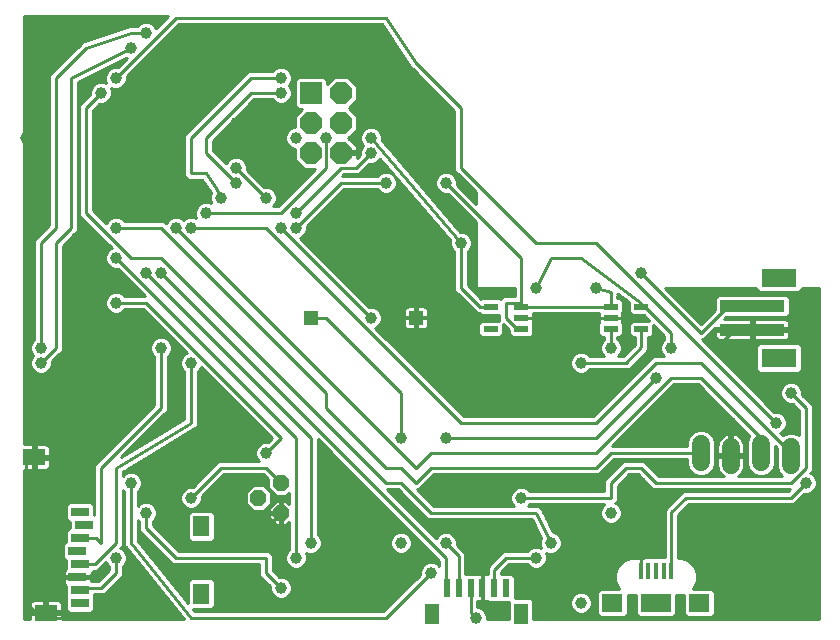
<source format=gbl>
G75*
%MOIN*%
%OFA0B0*%
%FSLAX25Y25*%
%IPPOS*%
%LPD*%
%AMOC8*
5,1,8,0,0,1.08239X$1,22.5*
%
%ADD10R,0.11811X0.06299*%
%ADD11R,0.21654X0.03937*%
%ADD12R,0.07400X0.07400*%
%ADD13OC8,0.07400*%
%ADD14R,0.01575X0.05709*%
%ADD15R,0.07087X0.05906*%
%ADD16R,0.09843X0.05906*%
%ADD17OC8,0.05200*%
%ADD18R,0.02362X0.06102*%
%ADD19R,0.04724X0.07087*%
%ADD20R,0.04756X0.04756*%
%ADD21R,0.05512X0.07087*%
%ADD22R,0.07480X0.05512*%
%ADD23R,0.05906X0.03150*%
%ADD24R,0.04724X0.02165*%
%ADD25C,0.06000*%
%ADD26C,0.03962*%
%ADD27C,0.01000*%
D10*
X0273959Y0102961D03*
X0273959Y0129732D03*
D11*
X0265022Y0120283D03*
X0265022Y0112409D03*
D12*
X0117896Y0191346D03*
D13*
X0127896Y0191346D03*
X0127896Y0181346D03*
X0117896Y0181346D03*
X0117896Y0171346D03*
X0127896Y0171346D03*
D14*
X0227778Y0032075D03*
X0230337Y0032075D03*
X0232896Y0032075D03*
X0235455Y0032075D03*
X0238014Y0032075D03*
D15*
X0247404Y0021346D03*
X0218388Y0021346D03*
D16*
X0232896Y0021346D03*
D17*
X0107896Y0051346D03*
X0100396Y0056346D03*
X0107896Y0061346D03*
D18*
X0163211Y0026346D03*
X0167148Y0026346D03*
X0171085Y0026346D03*
X0175022Y0026346D03*
X0178959Y0026346D03*
X0182896Y0026346D03*
D19*
X0188014Y0017587D03*
X0158093Y0017587D03*
D20*
X0152896Y0116346D03*
X0117896Y0116346D03*
D21*
X0081321Y0046858D03*
X0081321Y0024417D03*
D22*
X0029550Y0018118D03*
X0025613Y0069890D03*
D23*
X0040770Y0051543D03*
X0042345Y0047213D03*
X0040770Y0042882D03*
X0039983Y0038551D03*
X0040770Y0034220D03*
X0039983Y0029890D03*
X0040770Y0025559D03*
X0040770Y0021228D03*
D24*
X0177778Y0112606D03*
X0177778Y0120087D03*
X0188015Y0120087D03*
X0188015Y0116346D03*
X0188015Y0112606D03*
X0217778Y0112606D03*
X0217778Y0116346D03*
X0217778Y0120087D03*
X0228015Y0120087D03*
X0228015Y0112606D03*
D25*
X0247896Y0074346D02*
X0247896Y0068346D01*
X0257896Y0067346D02*
X0257896Y0073346D01*
X0267896Y0074346D02*
X0267896Y0068346D01*
X0277896Y0067346D02*
X0277896Y0073346D01*
D26*
X0272896Y0081346D03*
X0272896Y0086346D03*
X0277896Y0091346D03*
X0257896Y0081346D03*
X0242896Y0091346D03*
X0232896Y0096346D03*
X0237896Y0106346D03*
X0217896Y0106346D03*
X0207896Y0101346D03*
X0202896Y0111346D03*
X0192896Y0106346D03*
X0177896Y0106346D03*
X0162896Y0116346D03*
X0137896Y0116346D03*
X0167896Y0141346D03*
X0192896Y0126346D03*
X0212896Y0126346D03*
X0227896Y0131346D03*
X0162896Y0161346D03*
X0142896Y0161346D03*
X0133408Y0155835D03*
X0137896Y0171346D03*
X0137896Y0176346D03*
X0122896Y0176346D03*
X0112896Y0176346D03*
X0107896Y0191346D03*
X0107896Y0196346D03*
X0092896Y0211346D03*
X0087896Y0196346D03*
X0077896Y0186346D03*
X0062896Y0186346D03*
X0052896Y0196346D03*
X0047896Y0191346D03*
X0057896Y0206346D03*
X0062896Y0211346D03*
X0072896Y0206346D03*
X0042896Y0211346D03*
X0032896Y0206346D03*
X0027896Y0211346D03*
X0022896Y0176346D03*
X0052896Y0146346D03*
X0052896Y0136346D03*
X0062896Y0131346D03*
X0067896Y0131346D03*
X0052896Y0121346D03*
X0042896Y0116346D03*
X0042896Y0126346D03*
X0057896Y0111346D03*
X0052896Y0101346D03*
X0057896Y0091346D03*
X0067896Y0106346D03*
X0077896Y0101346D03*
X0102896Y0076346D03*
X0102896Y0071346D03*
X0077896Y0056346D03*
X0072896Y0066346D03*
X0057896Y0061346D03*
X0062896Y0051346D03*
X0052896Y0036346D03*
X0057896Y0031346D03*
X0092896Y0021346D03*
X0107896Y0026346D03*
X0112896Y0036346D03*
X0117896Y0041346D03*
X0142896Y0026346D03*
X0147896Y0026346D03*
X0157896Y0031346D03*
X0162896Y0041346D03*
X0162896Y0046346D03*
X0147896Y0041346D03*
X0162896Y0061346D03*
X0162896Y0076346D03*
X0147896Y0076346D03*
X0182896Y0056346D03*
X0187896Y0056346D03*
X0197896Y0041346D03*
X0192896Y0036346D03*
X0197896Y0026346D03*
X0207896Y0021346D03*
X0207896Y0031346D03*
X0217896Y0051346D03*
X0207896Y0061346D03*
X0227896Y0061346D03*
X0232896Y0056346D03*
X0262896Y0036346D03*
X0277896Y0031346D03*
X0282896Y0061346D03*
X0172896Y0016346D03*
X0027896Y0086346D03*
X0027896Y0101346D03*
X0027896Y0106346D03*
X0072896Y0146346D03*
X0077896Y0146346D03*
X0082896Y0151346D03*
X0087896Y0156346D03*
X0092896Y0161346D03*
X0092896Y0166346D03*
X0102896Y0156346D03*
X0112896Y0151346D03*
X0112896Y0146346D03*
X0107896Y0146346D03*
X0112896Y0161346D03*
X0092896Y0181346D03*
X0132896Y0201346D03*
X0142896Y0201346D03*
D27*
X0022396Y0065634D02*
X0022396Y0015846D01*
X0024309Y0015846D01*
X0024309Y0017618D01*
X0029050Y0017618D01*
X0029050Y0018618D01*
X0029050Y0022374D01*
X0025612Y0022374D01*
X0025230Y0022272D01*
X0024888Y0022074D01*
X0024609Y0021795D01*
X0024412Y0021453D01*
X0024309Y0021071D01*
X0024309Y0018618D01*
X0029050Y0018618D01*
X0030050Y0018618D01*
X0034790Y0018618D01*
X0034790Y0021071D01*
X0034688Y0021453D01*
X0034490Y0021795D01*
X0034211Y0022074D01*
X0033869Y0022272D01*
X0033487Y0022374D01*
X0030050Y0022374D01*
X0030050Y0018618D01*
X0030050Y0017618D01*
X0034790Y0017618D01*
X0034790Y0015846D01*
X0075479Y0015846D01*
X0056254Y0039877D01*
X0055696Y0040435D01*
X0055696Y0040575D01*
X0055609Y0040684D01*
X0055696Y0041468D01*
X0055696Y0058341D01*
X0055096Y0058941D01*
X0055096Y0040435D01*
X0054378Y0039717D01*
X0054981Y0039467D01*
X0056017Y0038432D01*
X0056577Y0037079D01*
X0056577Y0035614D01*
X0056017Y0034261D01*
X0055096Y0033341D01*
X0055096Y0030435D01*
X0050096Y0025435D01*
X0048807Y0024146D01*
X0045423Y0024146D01*
X0045423Y0018949D01*
X0044427Y0017954D01*
X0037113Y0017954D01*
X0036117Y0018949D01*
X0036117Y0027110D01*
X0036109Y0027115D01*
X0035830Y0027394D01*
X0035632Y0027736D01*
X0035530Y0028117D01*
X0035530Y0029602D01*
X0039695Y0029602D01*
X0039695Y0030177D01*
X0035530Y0030177D01*
X0035530Y0031662D01*
X0035632Y0032044D01*
X0035830Y0032386D01*
X0036109Y0032665D01*
X0036117Y0032670D01*
X0036117Y0035485D01*
X0035330Y0036272D01*
X0035330Y0040830D01*
X0036117Y0041618D01*
X0036117Y0045161D01*
X0037113Y0046157D01*
X0037692Y0046157D01*
X0037692Y0048269D01*
X0037113Y0048269D01*
X0036117Y0049264D01*
X0036117Y0053822D01*
X0037113Y0054818D01*
X0044427Y0054818D01*
X0045423Y0053822D01*
X0045423Y0050487D01*
X0045696Y0050487D01*
X0045696Y0067258D01*
X0065696Y0087258D01*
X0065696Y0103341D01*
X0064775Y0104261D01*
X0064215Y0105614D01*
X0064215Y0107079D01*
X0064775Y0108432D01*
X0065811Y0109467D01*
X0067164Y0110028D01*
X0068628Y0110028D01*
X0069981Y0109467D01*
X0071017Y0108432D01*
X0071577Y0107079D01*
X0071577Y0105614D01*
X0071017Y0104261D01*
X0070096Y0103341D01*
X0070096Y0085435D01*
X0068807Y0084146D01*
X0054588Y0069927D01*
X0075696Y0082592D01*
X0075696Y0098341D01*
X0074775Y0099261D01*
X0074215Y0100614D01*
X0074215Y0102079D01*
X0074775Y0103432D01*
X0075811Y0104467D01*
X0076414Y0104717D01*
X0061985Y0119146D01*
X0055902Y0119146D01*
X0054981Y0118226D01*
X0053628Y0117665D01*
X0052164Y0117665D01*
X0050811Y0118226D01*
X0049775Y0119261D01*
X0049215Y0120614D01*
X0049215Y0122079D01*
X0049775Y0123432D01*
X0050811Y0124467D01*
X0052164Y0125028D01*
X0053628Y0125028D01*
X0054981Y0124467D01*
X0055902Y0123546D01*
X0062585Y0123546D01*
X0053466Y0132665D01*
X0052164Y0132665D01*
X0050811Y0133226D01*
X0049775Y0134261D01*
X0049215Y0135614D01*
X0049215Y0137079D01*
X0049775Y0138432D01*
X0050811Y0139467D01*
X0051414Y0139717D01*
X0040696Y0150435D01*
X0040696Y0187258D01*
X0041985Y0188546D01*
X0044215Y0190777D01*
X0044215Y0192079D01*
X0044775Y0193432D01*
X0045811Y0194467D01*
X0047164Y0195028D01*
X0048628Y0195028D01*
X0049630Y0194613D01*
X0049215Y0195614D01*
X0049215Y0197079D01*
X0049775Y0198432D01*
X0050811Y0199467D01*
X0052164Y0200028D01*
X0053466Y0200028D01*
X0056414Y0202976D01*
X0056228Y0203053D01*
X0040096Y0194987D01*
X0040096Y0145435D01*
X0038807Y0144146D01*
X0035096Y0140435D01*
X0035096Y0105435D01*
X0033807Y0104146D01*
X0031577Y0101916D01*
X0031577Y0100614D01*
X0031017Y0099261D01*
X0029981Y0098226D01*
X0028628Y0097665D01*
X0027164Y0097665D01*
X0025811Y0098226D01*
X0024775Y0099261D01*
X0024215Y0100614D01*
X0024215Y0102079D01*
X0024775Y0103432D01*
X0025190Y0103846D01*
X0024775Y0104261D01*
X0024215Y0105614D01*
X0024215Y0107079D01*
X0024775Y0108432D01*
X0025696Y0109352D01*
X0025696Y0142258D01*
X0030696Y0147258D01*
X0030696Y0197258D01*
X0041088Y0207650D01*
X0041336Y0208145D01*
X0041708Y0208269D01*
X0041985Y0208546D01*
X0042539Y0208546D01*
X0056708Y0213269D01*
X0056985Y0213546D01*
X0057539Y0213546D01*
X0058065Y0213722D01*
X0058415Y0213546D01*
X0059890Y0213546D01*
X0060811Y0214467D01*
X0062164Y0215028D01*
X0063628Y0215028D01*
X0064981Y0214467D01*
X0066017Y0213432D01*
X0066267Y0212828D01*
X0070245Y0216807D01*
X0022396Y0216807D01*
X0022396Y0074146D01*
X0025113Y0074146D01*
X0025113Y0070390D01*
X0026113Y0070390D01*
X0030853Y0070390D01*
X0030853Y0072843D01*
X0030751Y0073225D01*
X0030553Y0073567D01*
X0030274Y0073846D01*
X0029932Y0074043D01*
X0029550Y0074146D01*
X0026113Y0074146D01*
X0026113Y0070390D01*
X0026113Y0069390D01*
X0030853Y0069390D01*
X0030853Y0066936D01*
X0030751Y0066555D01*
X0030553Y0066213D01*
X0030274Y0065934D01*
X0029932Y0065736D01*
X0029550Y0065634D01*
X0026113Y0065634D01*
X0026113Y0069390D01*
X0025113Y0069390D01*
X0025113Y0065634D01*
X0022396Y0065634D01*
X0022396Y0065266D02*
X0045696Y0065266D01*
X0045696Y0064268D02*
X0022396Y0064268D01*
X0022396Y0063269D02*
X0045696Y0063269D01*
X0045696Y0062271D02*
X0022396Y0062271D01*
X0022396Y0061272D02*
X0045696Y0061272D01*
X0045696Y0060274D02*
X0022396Y0060274D01*
X0022396Y0059275D02*
X0045696Y0059275D01*
X0045696Y0058276D02*
X0022396Y0058276D01*
X0022396Y0057278D02*
X0045696Y0057278D01*
X0045696Y0056279D02*
X0022396Y0056279D01*
X0022396Y0055281D02*
X0045696Y0055281D01*
X0045696Y0054282D02*
X0044963Y0054282D01*
X0045423Y0053284D02*
X0045696Y0053284D01*
X0045696Y0052285D02*
X0045423Y0052285D01*
X0045423Y0051287D02*
X0045696Y0051287D01*
X0037692Y0047293D02*
X0022396Y0047293D01*
X0022396Y0048291D02*
X0037090Y0048291D01*
X0036117Y0049290D02*
X0022396Y0049290D01*
X0022396Y0050288D02*
X0036117Y0050288D01*
X0036117Y0051287D02*
X0022396Y0051287D01*
X0022396Y0052285D02*
X0036117Y0052285D01*
X0036117Y0053284D02*
X0022396Y0053284D01*
X0022396Y0054282D02*
X0036577Y0054282D01*
X0037692Y0046294D02*
X0022396Y0046294D01*
X0022396Y0045296D02*
X0036252Y0045296D01*
X0036117Y0044297D02*
X0022396Y0044297D01*
X0022396Y0043299D02*
X0036117Y0043299D01*
X0036117Y0042300D02*
X0022396Y0042300D01*
X0022396Y0041302D02*
X0035802Y0041302D01*
X0035330Y0040303D02*
X0022396Y0040303D01*
X0022396Y0039305D02*
X0035330Y0039305D01*
X0035330Y0038306D02*
X0022396Y0038306D01*
X0022396Y0037308D02*
X0035330Y0037308D01*
X0035330Y0036309D02*
X0022396Y0036309D01*
X0022396Y0035311D02*
X0036117Y0035311D01*
X0036117Y0034312D02*
X0022396Y0034312D01*
X0022396Y0033314D02*
X0036117Y0033314D01*
X0035789Y0032315D02*
X0022396Y0032315D01*
X0022396Y0031317D02*
X0035530Y0031317D01*
X0035530Y0030318D02*
X0022396Y0030318D01*
X0022396Y0029320D02*
X0035530Y0029320D01*
X0035530Y0028321D02*
X0022396Y0028321D01*
X0022396Y0027323D02*
X0035901Y0027323D01*
X0036117Y0026324D02*
X0022396Y0026324D01*
X0022896Y0026346D02*
X0026439Y0029890D01*
X0039983Y0029890D01*
X0040270Y0030177D02*
X0044435Y0030177D01*
X0044435Y0030954D01*
X0045423Y0031941D01*
X0045423Y0032020D01*
X0046681Y0032020D01*
X0049525Y0034865D01*
X0049775Y0034261D01*
X0050696Y0033341D01*
X0050696Y0032258D01*
X0046985Y0028546D01*
X0044714Y0028546D01*
X0044435Y0028825D01*
X0044435Y0029602D01*
X0040270Y0029602D01*
X0040270Y0030177D01*
X0040770Y0034220D02*
X0045770Y0034220D01*
X0052896Y0041346D01*
X0052896Y0066346D01*
X0077896Y0081346D01*
X0077896Y0101346D01*
X0081267Y0099865D02*
X0104785Y0076346D01*
X0103466Y0075028D01*
X0102164Y0075028D01*
X0100811Y0074467D01*
X0099775Y0073432D01*
X0099215Y0072079D01*
X0099215Y0070614D01*
X0099775Y0069261D01*
X0100490Y0068546D01*
X0086985Y0068546D01*
X0085696Y0067258D01*
X0078466Y0060028D01*
X0077164Y0060028D01*
X0075811Y0059467D01*
X0074775Y0058432D01*
X0074215Y0057079D01*
X0074215Y0055614D01*
X0074775Y0054261D01*
X0075811Y0053226D01*
X0077164Y0052665D01*
X0078628Y0052665D01*
X0079981Y0053226D01*
X0081017Y0054261D01*
X0081577Y0055614D01*
X0081577Y0056916D01*
X0088807Y0064146D01*
X0101985Y0064146D01*
X0103596Y0062535D01*
X0103596Y0059565D01*
X0106115Y0057046D01*
X0109677Y0057046D01*
X0110696Y0058065D01*
X0110696Y0054345D01*
X0109594Y0055446D01*
X0108196Y0055446D01*
X0108196Y0051647D01*
X0107596Y0051647D01*
X0107596Y0055446D01*
X0106198Y0055446D01*
X0103796Y0053045D01*
X0103796Y0051646D01*
X0107596Y0051646D01*
X0107596Y0051046D01*
X0108196Y0051046D01*
X0108196Y0047246D01*
X0109594Y0047246D01*
X0110696Y0048348D01*
X0110696Y0039352D01*
X0109775Y0038432D01*
X0109215Y0037079D01*
X0109215Y0035614D01*
X0109775Y0034261D01*
X0110811Y0033226D01*
X0112164Y0032665D01*
X0113628Y0032665D01*
X0114981Y0033226D01*
X0116017Y0034261D01*
X0116577Y0035614D01*
X0116577Y0037079D01*
X0116162Y0038080D01*
X0117164Y0037665D01*
X0118628Y0037665D01*
X0119981Y0038226D01*
X0121017Y0039261D01*
X0121577Y0040614D01*
X0121577Y0042079D01*
X0121017Y0043432D01*
X0120096Y0044352D01*
X0120096Y0076035D01*
X0160696Y0035435D01*
X0160696Y0033752D01*
X0159981Y0034467D01*
X0158628Y0035028D01*
X0157164Y0035028D01*
X0155811Y0034467D01*
X0154775Y0033432D01*
X0154215Y0032079D01*
X0154215Y0030777D01*
X0141985Y0018546D01*
X0078953Y0018546D01*
X0078451Y0019174D01*
X0084781Y0019174D01*
X0085777Y0020170D01*
X0085777Y0028665D01*
X0084781Y0029661D01*
X0077861Y0029661D01*
X0076865Y0028665D01*
X0076865Y0021157D01*
X0060096Y0042118D01*
X0060096Y0048941D01*
X0060696Y0048341D01*
X0060696Y0045435D01*
X0070696Y0035435D01*
X0071985Y0034146D01*
X0100696Y0034146D01*
X0100696Y0030435D01*
X0104215Y0026916D01*
X0104215Y0025614D01*
X0104775Y0024261D01*
X0105811Y0023226D01*
X0107164Y0022665D01*
X0108628Y0022665D01*
X0109981Y0023226D01*
X0111017Y0024261D01*
X0111577Y0025614D01*
X0111577Y0027079D01*
X0111017Y0028432D01*
X0109981Y0029467D01*
X0108628Y0030028D01*
X0107326Y0030028D01*
X0105096Y0032258D01*
X0105096Y0037258D01*
X0103807Y0038546D01*
X0073807Y0038546D01*
X0065096Y0047258D01*
X0065096Y0048341D01*
X0066017Y0049261D01*
X0066577Y0050614D01*
X0066577Y0052079D01*
X0066017Y0053432D01*
X0064981Y0054467D01*
X0063628Y0055028D01*
X0062164Y0055028D01*
X0060811Y0054467D01*
X0060096Y0053752D01*
X0060096Y0058341D01*
X0061017Y0059261D01*
X0061577Y0060614D01*
X0061577Y0062079D01*
X0061017Y0063432D01*
X0059981Y0064467D01*
X0058628Y0065028D01*
X0057164Y0065028D01*
X0055811Y0064467D01*
X0055096Y0063752D01*
X0055096Y0065101D01*
X0078505Y0079146D01*
X0078807Y0079146D01*
X0079260Y0079599D01*
X0079809Y0079929D01*
X0079883Y0080222D01*
X0080096Y0080435D01*
X0080096Y0081076D01*
X0080251Y0081697D01*
X0080096Y0081956D01*
X0080096Y0098341D01*
X0081017Y0099261D01*
X0081267Y0099865D01*
X0080971Y0099215D02*
X0081916Y0099215D01*
X0082914Y0098217D02*
X0080096Y0098217D01*
X0080096Y0097218D02*
X0083913Y0097218D01*
X0084911Y0096220D02*
X0080096Y0096220D01*
X0080096Y0095221D02*
X0085910Y0095221D01*
X0086908Y0094223D02*
X0080096Y0094223D01*
X0080096Y0093224D02*
X0087907Y0093224D01*
X0088905Y0092226D02*
X0080096Y0092226D01*
X0080096Y0091227D02*
X0089904Y0091227D01*
X0090902Y0090229D02*
X0080096Y0090229D01*
X0080096Y0089230D02*
X0091901Y0089230D01*
X0092899Y0088232D02*
X0080096Y0088232D01*
X0080096Y0087233D02*
X0093898Y0087233D01*
X0094896Y0086235D02*
X0080096Y0086235D01*
X0080096Y0085236D02*
X0095895Y0085236D01*
X0096893Y0084238D02*
X0080096Y0084238D01*
X0080096Y0083239D02*
X0097892Y0083239D01*
X0098890Y0082241D02*
X0080096Y0082241D01*
X0080138Y0081242D02*
X0099889Y0081242D01*
X0100888Y0080244D02*
X0079905Y0080244D01*
X0078906Y0079245D02*
X0101886Y0079245D01*
X0102885Y0078247D02*
X0077006Y0078247D01*
X0075342Y0077248D02*
X0103883Y0077248D01*
X0104688Y0076250D02*
X0073677Y0076250D01*
X0072013Y0075251D02*
X0103690Y0075251D01*
X0102896Y0076346D02*
X0097896Y0071346D01*
X0087896Y0071346D01*
X0072896Y0056346D01*
X0072896Y0046346D01*
X0077896Y0041346D01*
X0097896Y0041346D01*
X0107896Y0051346D01*
X0107596Y0051287D02*
X0085596Y0051287D01*
X0085777Y0051106D02*
X0084781Y0052102D01*
X0077861Y0052102D01*
X0076865Y0051106D01*
X0076865Y0042611D01*
X0077861Y0041615D01*
X0084781Y0041615D01*
X0085777Y0042611D01*
X0085777Y0051106D01*
X0085777Y0050288D02*
X0103796Y0050288D01*
X0103796Y0049648D02*
X0106198Y0047246D01*
X0107596Y0047246D01*
X0107596Y0051046D01*
X0103796Y0051046D01*
X0103796Y0049648D01*
X0104154Y0049290D02*
X0085777Y0049290D01*
X0085777Y0048291D02*
X0105153Y0048291D01*
X0106151Y0047293D02*
X0085777Y0047293D01*
X0085777Y0046294D02*
X0110696Y0046294D01*
X0110696Y0045296D02*
X0085777Y0045296D01*
X0085777Y0044297D02*
X0110696Y0044297D01*
X0110696Y0043299D02*
X0085777Y0043299D01*
X0085467Y0042300D02*
X0110696Y0042300D01*
X0110696Y0041302D02*
X0071052Y0041302D01*
X0070053Y0042300D02*
X0077176Y0042300D01*
X0076865Y0043299D02*
X0069055Y0043299D01*
X0068056Y0044297D02*
X0076865Y0044297D01*
X0076865Y0045296D02*
X0067058Y0045296D01*
X0066059Y0046294D02*
X0076865Y0046294D01*
X0076865Y0047293D02*
X0065096Y0047293D01*
X0065096Y0048291D02*
X0076865Y0048291D01*
X0076865Y0049290D02*
X0066029Y0049290D01*
X0066442Y0050288D02*
X0076865Y0050288D01*
X0077047Y0051287D02*
X0066577Y0051287D01*
X0066492Y0052285D02*
X0098376Y0052285D01*
X0098615Y0052046D02*
X0102177Y0052046D01*
X0104696Y0054565D01*
X0104696Y0058128D01*
X0102177Y0060646D01*
X0098615Y0060646D01*
X0096096Y0058128D01*
X0096096Y0054565D01*
X0098615Y0052046D01*
X0097377Y0053284D02*
X0080039Y0053284D01*
X0081026Y0054282D02*
X0096379Y0054282D01*
X0096096Y0055281D02*
X0081439Y0055281D01*
X0081577Y0056279D02*
X0096096Y0056279D01*
X0096096Y0057278D02*
X0081939Y0057278D01*
X0082937Y0058276D02*
X0096245Y0058276D01*
X0097244Y0059275D02*
X0083936Y0059275D01*
X0084934Y0060274D02*
X0098242Y0060274D01*
X0102550Y0060274D02*
X0103596Y0060274D01*
X0103596Y0061272D02*
X0085933Y0061272D01*
X0086931Y0062271D02*
X0103596Y0062271D01*
X0102862Y0063269D02*
X0087930Y0063269D01*
X0087896Y0066346D02*
X0102896Y0066346D01*
X0107896Y0061346D01*
X0104885Y0058276D02*
X0104547Y0058276D01*
X0104696Y0057278D02*
X0105883Y0057278D01*
X0104696Y0056279D02*
X0110696Y0056279D01*
X0110696Y0055281D02*
X0109760Y0055281D01*
X0108196Y0055281D02*
X0107596Y0055281D01*
X0107596Y0054282D02*
X0108196Y0054282D01*
X0108196Y0053284D02*
X0107596Y0053284D01*
X0107596Y0052285D02*
X0108196Y0052285D01*
X0108196Y0050288D02*
X0107596Y0050288D01*
X0107596Y0049290D02*
X0108196Y0049290D01*
X0108196Y0048291D02*
X0107596Y0048291D01*
X0107596Y0047293D02*
X0108196Y0047293D01*
X0109641Y0047293D02*
X0110696Y0047293D01*
X0110696Y0048291D02*
X0110639Y0048291D01*
X0103796Y0052285D02*
X0102416Y0052285D01*
X0103415Y0053284D02*
X0104035Y0053284D01*
X0104413Y0054282D02*
X0105034Y0054282D01*
X0104696Y0055281D02*
X0106032Y0055281D01*
X0109909Y0057278D02*
X0110696Y0057278D01*
X0103886Y0059275D02*
X0103549Y0059275D01*
X0099777Y0069260D02*
X0062028Y0069260D01*
X0060364Y0068262D02*
X0086700Y0068262D01*
X0085701Y0067263D02*
X0058700Y0067263D01*
X0057036Y0066265D02*
X0084703Y0066265D01*
X0083704Y0065266D02*
X0055371Y0065266D01*
X0055611Y0064268D02*
X0055096Y0064268D01*
X0057896Y0061346D02*
X0057896Y0041346D01*
X0077896Y0016346D01*
X0142896Y0016346D01*
X0157896Y0031346D01*
X0154215Y0031317D02*
X0106037Y0031317D01*
X0105096Y0032315D02*
X0154313Y0032315D01*
X0154727Y0033314D02*
X0115069Y0033314D01*
X0116038Y0034312D02*
X0155656Y0034312D01*
X0158823Y0037308D02*
X0116482Y0037308D01*
X0116577Y0036309D02*
X0159822Y0036309D01*
X0160696Y0035311D02*
X0116451Y0035311D01*
X0112896Y0036346D02*
X0112896Y0076346D01*
X0052896Y0136346D01*
X0049215Y0136160D02*
X0035096Y0136160D01*
X0035096Y0135162D02*
X0049402Y0135162D01*
X0049873Y0134163D02*
X0035096Y0134163D01*
X0035096Y0133165D02*
X0050958Y0133165D01*
X0053965Y0132166D02*
X0035096Y0132166D01*
X0035096Y0131168D02*
X0054963Y0131168D01*
X0055962Y0130169D02*
X0035096Y0130169D01*
X0035096Y0129171D02*
X0056960Y0129171D01*
X0057959Y0128172D02*
X0035096Y0128172D01*
X0035096Y0127174D02*
X0058957Y0127174D01*
X0059956Y0126175D02*
X0035096Y0126175D01*
X0035096Y0125177D02*
X0060954Y0125177D01*
X0061953Y0124178D02*
X0055270Y0124178D01*
X0052896Y0121346D02*
X0062896Y0121346D01*
X0107896Y0076346D01*
X0102896Y0071346D01*
X0099215Y0071257D02*
X0065357Y0071257D01*
X0067021Y0072256D02*
X0099288Y0072256D01*
X0099702Y0073254D02*
X0068685Y0073254D01*
X0070349Y0074253D02*
X0100596Y0074253D01*
X0099362Y0070259D02*
X0063692Y0070259D01*
X0060133Y0073254D02*
X0057915Y0073254D01*
X0058469Y0072256D02*
X0056917Y0072256D01*
X0056805Y0071257D02*
X0055918Y0071257D01*
X0055140Y0070259D02*
X0054919Y0070259D01*
X0051692Y0073254D02*
X0030733Y0073254D01*
X0030853Y0072256D02*
X0050694Y0072256D01*
X0049695Y0071257D02*
X0030853Y0071257D01*
X0030853Y0069260D02*
X0047698Y0069260D01*
X0046700Y0068262D02*
X0030853Y0068262D01*
X0030853Y0067263D02*
X0045701Y0067263D01*
X0045696Y0066265D02*
X0030583Y0066265D01*
X0026113Y0066265D02*
X0025113Y0066265D01*
X0025113Y0067263D02*
X0026113Y0067263D01*
X0026113Y0068262D02*
X0025113Y0068262D01*
X0025113Y0069260D02*
X0026113Y0069260D01*
X0025613Y0069890D02*
X0022896Y0071346D01*
X0022896Y0026346D01*
X0022896Y0021346D01*
X0027896Y0016346D01*
X0052896Y0016346D01*
X0057896Y0031346D01*
X0055096Y0031317D02*
X0063103Y0031317D01*
X0063901Y0030318D02*
X0054979Y0030318D01*
X0053981Y0029320D02*
X0064700Y0029320D01*
X0065499Y0028321D02*
X0052982Y0028321D01*
X0051984Y0027323D02*
X0066298Y0027323D01*
X0067097Y0026324D02*
X0050985Y0026324D01*
X0049986Y0025326D02*
X0067895Y0025326D01*
X0068694Y0024327D02*
X0048988Y0024327D01*
X0047896Y0026346D02*
X0042896Y0026346D01*
X0040770Y0025559D01*
X0036117Y0025326D02*
X0022396Y0025326D01*
X0022396Y0024327D02*
X0036117Y0024327D01*
X0036117Y0023329D02*
X0022396Y0023329D01*
X0022396Y0022330D02*
X0025448Y0022330D01*
X0024379Y0021332D02*
X0022396Y0021332D01*
X0022396Y0020333D02*
X0024309Y0020333D01*
X0024309Y0019335D02*
X0022396Y0019335D01*
X0022396Y0018336D02*
X0029050Y0018336D01*
X0029550Y0018118D02*
X0027896Y0016346D01*
X0029550Y0018118D02*
X0032896Y0016346D01*
X0034790Y0016339D02*
X0075085Y0016339D01*
X0074286Y0017338D02*
X0034790Y0017338D01*
X0034790Y0019335D02*
X0036117Y0019335D01*
X0036117Y0020333D02*
X0034790Y0020333D01*
X0034720Y0021332D02*
X0036117Y0021332D01*
X0036117Y0022330D02*
X0033651Y0022330D01*
X0030050Y0022330D02*
X0029050Y0022330D01*
X0029050Y0021332D02*
X0030050Y0021332D01*
X0030050Y0020333D02*
X0029050Y0020333D01*
X0029050Y0019335D02*
X0030050Y0019335D01*
X0030050Y0018336D02*
X0036731Y0018336D01*
X0044809Y0018336D02*
X0073487Y0018336D01*
X0072688Y0019335D02*
X0045423Y0019335D01*
X0045423Y0020333D02*
X0071889Y0020333D01*
X0071091Y0021332D02*
X0045423Y0021332D01*
X0045423Y0022330D02*
X0070292Y0022330D01*
X0069493Y0023329D02*
X0045423Y0023329D01*
X0047896Y0026346D02*
X0052896Y0031346D01*
X0052896Y0036346D01*
X0055144Y0039305D02*
X0056712Y0039305D01*
X0056069Y0038306D02*
X0057511Y0038306D01*
X0058310Y0037308D02*
X0056482Y0037308D01*
X0056577Y0036309D02*
X0059108Y0036309D01*
X0059907Y0035311D02*
X0056451Y0035311D01*
X0056038Y0034312D02*
X0060706Y0034312D01*
X0061505Y0033314D02*
X0055096Y0033314D01*
X0055096Y0032315D02*
X0062304Y0032315D01*
X0065542Y0035311D02*
X0070821Y0035311D01*
X0071819Y0034312D02*
X0066341Y0034312D01*
X0067140Y0033314D02*
X0100696Y0033314D01*
X0100696Y0032315D02*
X0067938Y0032315D01*
X0068737Y0031317D02*
X0100696Y0031317D01*
X0100813Y0030318D02*
X0069536Y0030318D01*
X0070335Y0029320D02*
X0077520Y0029320D01*
X0076865Y0028321D02*
X0071134Y0028321D01*
X0071932Y0027323D02*
X0076865Y0027323D01*
X0076865Y0026324D02*
X0072731Y0026324D01*
X0073530Y0025326D02*
X0076865Y0025326D01*
X0076865Y0024327D02*
X0074329Y0024327D01*
X0075128Y0023329D02*
X0076865Y0023329D01*
X0076865Y0022330D02*
X0075927Y0022330D01*
X0076725Y0021332D02*
X0076865Y0021332D01*
X0084942Y0019335D02*
X0142773Y0019335D01*
X0143771Y0020333D02*
X0085777Y0020333D01*
X0085777Y0021332D02*
X0144770Y0021332D01*
X0145768Y0022330D02*
X0085777Y0022330D01*
X0085777Y0023329D02*
X0105708Y0023329D01*
X0104748Y0024327D02*
X0085777Y0024327D01*
X0085777Y0025326D02*
X0104334Y0025326D01*
X0104215Y0026324D02*
X0085777Y0026324D01*
X0085777Y0027323D02*
X0103809Y0027323D01*
X0102810Y0028321D02*
X0085777Y0028321D01*
X0085122Y0029320D02*
X0101812Y0029320D01*
X0102896Y0031346D02*
X0107896Y0026346D01*
X0111577Y0026324D02*
X0149762Y0026324D01*
X0148764Y0025326D02*
X0111458Y0025326D01*
X0111044Y0024327D02*
X0147765Y0024327D01*
X0146767Y0023329D02*
X0110084Y0023329D01*
X0111476Y0027323D02*
X0150761Y0027323D01*
X0151759Y0028321D02*
X0111063Y0028321D01*
X0110129Y0029320D02*
X0152758Y0029320D01*
X0153757Y0030318D02*
X0107036Y0030318D01*
X0105096Y0033314D02*
X0110723Y0033314D01*
X0109754Y0034312D02*
X0105096Y0034312D01*
X0105096Y0035311D02*
X0109341Y0035311D01*
X0109215Y0036309D02*
X0105096Y0036309D01*
X0105046Y0037308D02*
X0109310Y0037308D01*
X0109723Y0038306D02*
X0104048Y0038306D01*
X0102896Y0036346D02*
X0102896Y0031346D01*
X0102896Y0036346D02*
X0072896Y0036346D01*
X0062896Y0046346D01*
X0062896Y0051346D01*
X0060626Y0054282D02*
X0060096Y0054282D01*
X0060096Y0055281D02*
X0074353Y0055281D01*
X0074215Y0056279D02*
X0060096Y0056279D01*
X0060096Y0057278D02*
X0074298Y0057278D01*
X0074711Y0058276D02*
X0060096Y0058276D01*
X0061022Y0059275D02*
X0075619Y0059275D01*
X0078712Y0060274D02*
X0061436Y0060274D01*
X0061577Y0061272D02*
X0079710Y0061272D01*
X0080709Y0062271D02*
X0061498Y0062271D01*
X0061084Y0063269D02*
X0081707Y0063269D01*
X0082706Y0064268D02*
X0060181Y0064268D01*
X0055696Y0058276D02*
X0055096Y0058276D01*
X0055096Y0057278D02*
X0055696Y0057278D01*
X0055696Y0056279D02*
X0055096Y0056279D01*
X0055096Y0055281D02*
X0055696Y0055281D01*
X0055696Y0054282D02*
X0055096Y0054282D01*
X0055096Y0053284D02*
X0055696Y0053284D01*
X0055696Y0052285D02*
X0055096Y0052285D01*
X0055096Y0051287D02*
X0055696Y0051287D01*
X0055696Y0050288D02*
X0055096Y0050288D01*
X0055096Y0049290D02*
X0055696Y0049290D01*
X0055696Y0048291D02*
X0055096Y0048291D01*
X0055096Y0047293D02*
X0055696Y0047293D01*
X0055696Y0046294D02*
X0055096Y0046294D01*
X0055096Y0045296D02*
X0055696Y0045296D01*
X0055696Y0044297D02*
X0055096Y0044297D01*
X0055096Y0043299D02*
X0055696Y0043299D01*
X0055696Y0042300D02*
X0055096Y0042300D01*
X0055096Y0041302D02*
X0055678Y0041302D01*
X0055828Y0040303D02*
X0054964Y0040303D01*
X0060096Y0042300D02*
X0063831Y0042300D01*
X0064829Y0041302D02*
X0060749Y0041302D01*
X0061548Y0040303D02*
X0065828Y0040303D01*
X0066826Y0039305D02*
X0062347Y0039305D01*
X0063146Y0038306D02*
X0067825Y0038306D01*
X0068823Y0037308D02*
X0063944Y0037308D01*
X0064743Y0036309D02*
X0069822Y0036309D01*
X0073049Y0039305D02*
X0110649Y0039305D01*
X0110696Y0040303D02*
X0072050Y0040303D01*
X0062832Y0043299D02*
X0060096Y0043299D01*
X0060096Y0044297D02*
X0061834Y0044297D01*
X0060835Y0045296D02*
X0060096Y0045296D01*
X0060096Y0046294D02*
X0060696Y0046294D01*
X0060696Y0047293D02*
X0060096Y0047293D01*
X0060096Y0048291D02*
X0060696Y0048291D01*
X0066078Y0053284D02*
X0075753Y0053284D01*
X0074767Y0054282D02*
X0065166Y0054282D01*
X0077896Y0056346D02*
X0087896Y0066346D01*
X0070118Y0079245D02*
X0063906Y0079245D01*
X0062908Y0078247D02*
X0068454Y0078247D01*
X0066790Y0077248D02*
X0061909Y0077248D01*
X0060911Y0076250D02*
X0065125Y0076250D01*
X0063461Y0075251D02*
X0059912Y0075251D01*
X0058914Y0074253D02*
X0061797Y0074253D01*
X0057684Y0079245D02*
X0022396Y0079245D01*
X0022396Y0078247D02*
X0056685Y0078247D01*
X0055687Y0077248D02*
X0022396Y0077248D01*
X0022396Y0076250D02*
X0054688Y0076250D01*
X0053690Y0075251D02*
X0022396Y0075251D01*
X0022396Y0074253D02*
X0052691Y0074253D01*
X0048697Y0070259D02*
X0026113Y0070259D01*
X0026113Y0071257D02*
X0025113Y0071257D01*
X0025113Y0072256D02*
X0026113Y0072256D01*
X0026113Y0073254D02*
X0025113Y0073254D01*
X0022396Y0080244D02*
X0058682Y0080244D01*
X0059681Y0081242D02*
X0022396Y0081242D01*
X0022396Y0082241D02*
X0060679Y0082241D01*
X0061678Y0083239D02*
X0022396Y0083239D01*
X0022396Y0084238D02*
X0062676Y0084238D01*
X0063675Y0085236D02*
X0022396Y0085236D01*
X0022396Y0086235D02*
X0064673Y0086235D01*
X0065672Y0087233D02*
X0022396Y0087233D01*
X0022396Y0088232D02*
X0065696Y0088232D01*
X0065696Y0089230D02*
X0022396Y0089230D01*
X0022396Y0090229D02*
X0065696Y0090229D01*
X0065696Y0091227D02*
X0022396Y0091227D01*
X0022396Y0092226D02*
X0065696Y0092226D01*
X0065696Y0093224D02*
X0022396Y0093224D01*
X0022396Y0094223D02*
X0065696Y0094223D01*
X0065696Y0095221D02*
X0022396Y0095221D01*
X0022396Y0096220D02*
X0065696Y0096220D01*
X0065696Y0097218D02*
X0022396Y0097218D01*
X0022396Y0098217D02*
X0025832Y0098217D01*
X0024821Y0099215D02*
X0022396Y0099215D01*
X0022396Y0100214D02*
X0024381Y0100214D01*
X0024215Y0101212D02*
X0022396Y0101212D01*
X0022396Y0102211D02*
X0024270Y0102211D01*
X0024683Y0103209D02*
X0022396Y0103209D01*
X0022396Y0104208D02*
X0024829Y0104208D01*
X0024384Y0105207D02*
X0022396Y0105207D01*
X0022396Y0106205D02*
X0024215Y0106205D01*
X0024267Y0107204D02*
X0022396Y0107204D01*
X0022396Y0108202D02*
X0024680Y0108202D01*
X0025544Y0109201D02*
X0022396Y0109201D01*
X0022396Y0110199D02*
X0025696Y0110199D01*
X0025696Y0111198D02*
X0022396Y0111198D01*
X0022396Y0112196D02*
X0025696Y0112196D01*
X0025696Y0113195D02*
X0022396Y0113195D01*
X0022396Y0114193D02*
X0025696Y0114193D01*
X0025696Y0115192D02*
X0022396Y0115192D01*
X0022396Y0116190D02*
X0025696Y0116190D01*
X0025696Y0117189D02*
X0022396Y0117189D01*
X0022396Y0118187D02*
X0025696Y0118187D01*
X0025696Y0119186D02*
X0022396Y0119186D01*
X0022396Y0120184D02*
X0025696Y0120184D01*
X0025696Y0121183D02*
X0022396Y0121183D01*
X0022396Y0122181D02*
X0025696Y0122181D01*
X0025696Y0123180D02*
X0022396Y0123180D01*
X0022396Y0124178D02*
X0025696Y0124178D01*
X0025696Y0125177D02*
X0022396Y0125177D01*
X0022396Y0126175D02*
X0025696Y0126175D01*
X0025696Y0127174D02*
X0022396Y0127174D01*
X0022396Y0128172D02*
X0025696Y0128172D01*
X0025696Y0129171D02*
X0022396Y0129171D01*
X0022396Y0130169D02*
X0025696Y0130169D01*
X0025696Y0131168D02*
X0022396Y0131168D01*
X0022396Y0132166D02*
X0025696Y0132166D01*
X0025696Y0133165D02*
X0022396Y0133165D01*
X0022396Y0134163D02*
X0025696Y0134163D01*
X0025696Y0135162D02*
X0022396Y0135162D01*
X0022396Y0136160D02*
X0025696Y0136160D01*
X0025696Y0137159D02*
X0022396Y0137159D01*
X0022396Y0138157D02*
X0025696Y0138157D01*
X0025696Y0139156D02*
X0022396Y0139156D01*
X0022396Y0140154D02*
X0025696Y0140154D01*
X0025696Y0141153D02*
X0022396Y0141153D01*
X0022396Y0142151D02*
X0025696Y0142151D01*
X0026588Y0143150D02*
X0022396Y0143150D01*
X0022396Y0144148D02*
X0027587Y0144148D01*
X0028585Y0145147D02*
X0022396Y0145147D01*
X0022396Y0146145D02*
X0029584Y0146145D01*
X0030582Y0147144D02*
X0022396Y0147144D01*
X0022396Y0148143D02*
X0030696Y0148143D01*
X0030696Y0149141D02*
X0022396Y0149141D01*
X0022396Y0150140D02*
X0030696Y0150140D01*
X0030696Y0151138D02*
X0022396Y0151138D01*
X0022396Y0152137D02*
X0030696Y0152137D01*
X0030696Y0153135D02*
X0022396Y0153135D01*
X0022396Y0154134D02*
X0030696Y0154134D01*
X0030696Y0155132D02*
X0022396Y0155132D01*
X0022396Y0156131D02*
X0030696Y0156131D01*
X0030696Y0157129D02*
X0022396Y0157129D01*
X0022396Y0158128D02*
X0030696Y0158128D01*
X0030696Y0159126D02*
X0022396Y0159126D01*
X0022396Y0160125D02*
X0030696Y0160125D01*
X0030696Y0161123D02*
X0022396Y0161123D01*
X0022396Y0162122D02*
X0030696Y0162122D01*
X0030696Y0163120D02*
X0022396Y0163120D01*
X0022396Y0164119D02*
X0030696Y0164119D01*
X0030696Y0165117D02*
X0022396Y0165117D01*
X0022396Y0166116D02*
X0030696Y0166116D01*
X0030696Y0167114D02*
X0022396Y0167114D01*
X0022396Y0168113D02*
X0030696Y0168113D01*
X0030696Y0169111D02*
X0022396Y0169111D01*
X0022396Y0170110D02*
X0030696Y0170110D01*
X0030696Y0171108D02*
X0022396Y0171108D01*
X0022396Y0172107D02*
X0030696Y0172107D01*
X0030696Y0173105D02*
X0022396Y0173105D01*
X0022396Y0174104D02*
X0030696Y0174104D01*
X0030696Y0175102D02*
X0022396Y0175102D01*
X0022396Y0176101D02*
X0030696Y0176101D01*
X0030696Y0177099D02*
X0022396Y0177099D01*
X0022896Y0176346D02*
X0027896Y0181346D01*
X0027896Y0201346D01*
X0032896Y0206346D01*
X0036499Y0203061D02*
X0022396Y0203061D01*
X0022396Y0204059D02*
X0037497Y0204059D01*
X0038496Y0205058D02*
X0022396Y0205058D01*
X0022396Y0206056D02*
X0039495Y0206056D01*
X0040493Y0207055D02*
X0022396Y0207055D01*
X0022396Y0208053D02*
X0041290Y0208053D01*
X0042896Y0206346D02*
X0057896Y0211346D01*
X0062896Y0211346D01*
X0066177Y0213046D02*
X0066484Y0213046D01*
X0067483Y0214044D02*
X0065404Y0214044D01*
X0068481Y0215043D02*
X0022396Y0215043D01*
X0022396Y0216041D02*
X0069480Y0216041D01*
X0072896Y0216346D02*
X0142896Y0216346D01*
X0152896Y0201346D01*
X0167896Y0186346D01*
X0167896Y0166346D01*
X0192896Y0141346D01*
X0212896Y0141346D01*
X0272896Y0081346D01*
X0274378Y0077976D02*
X0274981Y0078226D01*
X0276017Y0079261D01*
X0276577Y0080614D01*
X0276577Y0082079D01*
X0276017Y0083432D01*
X0274981Y0084467D01*
X0273628Y0085028D01*
X0272326Y0085028D01*
X0248207Y0109146D01*
X0248807Y0109146D01*
X0252695Y0113034D01*
X0252695Y0112894D01*
X0264538Y0112894D01*
X0264538Y0115878D01*
X0255539Y0115878D01*
X0256276Y0116615D01*
X0276553Y0116615D01*
X0277549Y0117611D01*
X0277549Y0122956D01*
X0276553Y0123952D01*
X0253491Y0123952D01*
X0252495Y0122956D01*
X0252495Y0119057D01*
X0247896Y0114458D01*
X0236007Y0126346D01*
X0266354Y0126346D01*
X0266354Y0125879D01*
X0267349Y0124883D01*
X0280569Y0124883D01*
X0281565Y0125879D01*
X0281565Y0126346D01*
X0287097Y0126346D01*
X0287097Y0015846D01*
X0192076Y0015846D01*
X0192076Y0021834D01*
X0191081Y0022830D01*
X0185777Y0022830D01*
X0185777Y0030102D01*
X0184781Y0031098D01*
X0181159Y0031098D01*
X0181159Y0031498D01*
X0183807Y0034146D01*
X0189890Y0034146D01*
X0190811Y0033226D01*
X0192164Y0032665D01*
X0193628Y0032665D01*
X0194981Y0033226D01*
X0196017Y0034261D01*
X0196577Y0035614D01*
X0196577Y0037079D01*
X0196162Y0038080D01*
X0197164Y0037665D01*
X0198628Y0037665D01*
X0199981Y0038226D01*
X0201017Y0039261D01*
X0201577Y0040614D01*
X0201577Y0042079D01*
X0201017Y0043432D01*
X0199981Y0044467D01*
X0198628Y0045028D01*
X0198515Y0045028D01*
X0195096Y0051866D01*
X0195096Y0052258D01*
X0194704Y0052650D01*
X0194456Y0053145D01*
X0194084Y0053269D01*
X0193807Y0053546D01*
X0193253Y0053546D01*
X0192727Y0053722D01*
X0192377Y0053546D01*
X0190302Y0053546D01*
X0190902Y0054146D01*
X0215490Y0054146D01*
X0214775Y0053432D01*
X0214215Y0052079D01*
X0214215Y0050614D01*
X0214775Y0049261D01*
X0215811Y0048226D01*
X0217164Y0047665D01*
X0218628Y0047665D01*
X0219981Y0048226D01*
X0221017Y0049261D01*
X0221577Y0050614D01*
X0221577Y0052079D01*
X0221017Y0053432D01*
X0219981Y0054467D01*
X0219378Y0054717D01*
X0220096Y0055435D01*
X0220096Y0060435D01*
X0223807Y0064146D01*
X0226985Y0064146D01*
X0230696Y0060435D01*
X0231985Y0059146D01*
X0277585Y0059146D01*
X0276985Y0058546D01*
X0241985Y0058546D01*
X0240696Y0057258D01*
X0235814Y0052376D01*
X0235814Y0036629D01*
X0228845Y0036629D01*
X0228645Y0036429D01*
X0227778Y0036429D01*
X0227778Y0035711D01*
X0227778Y0035711D01*
X0227778Y0036429D01*
X0226793Y0036429D01*
X0226412Y0036327D01*
X0226159Y0036181D01*
X0224188Y0036181D01*
X0221919Y0035241D01*
X0220182Y0033505D01*
X0219243Y0031236D01*
X0219243Y0028780D01*
X0220182Y0026511D01*
X0220694Y0025999D01*
X0214141Y0025999D01*
X0213145Y0025003D01*
X0213145Y0017690D01*
X0214141Y0016694D01*
X0222636Y0016694D01*
X0223631Y0017690D01*
X0223631Y0024065D01*
X0224188Y0023835D01*
X0226275Y0023835D01*
X0226275Y0017690D01*
X0227271Y0016694D01*
X0238521Y0016694D01*
X0239517Y0017690D01*
X0239517Y0023835D01*
X0241604Y0023835D01*
X0242161Y0024065D01*
X0242161Y0017690D01*
X0243156Y0016694D01*
X0251651Y0016694D01*
X0252647Y0017690D01*
X0252647Y0025003D01*
X0251651Y0025999D01*
X0245098Y0025999D01*
X0245610Y0026511D01*
X0246550Y0028780D01*
X0246550Y0031236D01*
X0245610Y0033505D01*
X0243873Y0035241D01*
X0241604Y0036181D01*
X0240214Y0036181D01*
X0240214Y0050553D01*
X0243807Y0054146D01*
X0278807Y0054146D01*
X0282326Y0057665D01*
X0283628Y0057665D01*
X0284981Y0058226D01*
X0286017Y0059261D01*
X0286577Y0060614D01*
X0286577Y0062079D01*
X0286017Y0063432D01*
X0284981Y0064467D01*
X0284378Y0064717D01*
X0285096Y0065435D01*
X0285096Y0087258D01*
X0281577Y0090777D01*
X0281577Y0092079D01*
X0281017Y0093432D01*
X0279981Y0094467D01*
X0278628Y0095028D01*
X0277164Y0095028D01*
X0275811Y0094467D01*
X0274775Y0093432D01*
X0274215Y0092079D01*
X0274215Y0090614D01*
X0274775Y0089261D01*
X0275811Y0088226D01*
X0277164Y0087665D01*
X0278466Y0087665D01*
X0280696Y0085435D01*
X0280696Y0077193D01*
X0280558Y0077331D01*
X0278831Y0078046D01*
X0276961Y0078046D01*
X0275234Y0077331D01*
X0275128Y0077225D01*
X0274378Y0077976D01*
X0275002Y0078247D02*
X0280696Y0078247D01*
X0280696Y0079245D02*
X0276001Y0079245D01*
X0276424Y0080244D02*
X0280696Y0080244D01*
X0280696Y0081242D02*
X0276577Y0081242D01*
X0276510Y0082241D02*
X0280696Y0082241D01*
X0280696Y0083239D02*
X0276096Y0083239D01*
X0275211Y0084238D02*
X0280696Y0084238D01*
X0280696Y0085236D02*
X0272117Y0085236D01*
X0272896Y0086346D02*
X0252896Y0106346D01*
X0257896Y0111346D01*
X0262896Y0111346D01*
X0265022Y0112409D01*
X0264538Y0112196D02*
X0251857Y0112196D01*
X0252695Y0111925D02*
X0252695Y0110243D01*
X0252798Y0109862D01*
X0252995Y0109520D01*
X0253274Y0109241D01*
X0253616Y0109043D01*
X0253998Y0108941D01*
X0264538Y0108941D01*
X0264538Y0111925D01*
X0265506Y0111925D01*
X0265506Y0108941D01*
X0276046Y0108941D01*
X0276428Y0109043D01*
X0276770Y0109241D01*
X0277049Y0109520D01*
X0277247Y0109862D01*
X0277349Y0110243D01*
X0277349Y0111925D01*
X0265506Y0111925D01*
X0265506Y0112894D01*
X0264538Y0112894D01*
X0264538Y0111925D01*
X0252695Y0111925D01*
X0252695Y0111198D02*
X0250858Y0111198D01*
X0249860Y0110199D02*
X0252707Y0110199D01*
X0253344Y0109201D02*
X0248861Y0109201D01*
X0249152Y0108202D02*
X0287097Y0108202D01*
X0287097Y0107204D02*
X0281175Y0107204D01*
X0281565Y0106814D02*
X0280569Y0107810D01*
X0267349Y0107810D01*
X0266354Y0106814D01*
X0266354Y0099107D01*
X0267349Y0098111D01*
X0280569Y0098111D01*
X0281565Y0099107D01*
X0281565Y0106814D01*
X0281565Y0106205D02*
X0287097Y0106205D01*
X0287097Y0105207D02*
X0281565Y0105207D01*
X0281565Y0104208D02*
X0287097Y0104208D01*
X0287097Y0103209D02*
X0281565Y0103209D01*
X0281565Y0102211D02*
X0287097Y0102211D01*
X0287097Y0101212D02*
X0281565Y0101212D01*
X0281565Y0100214D02*
X0287097Y0100214D01*
X0287097Y0099215D02*
X0281565Y0099215D01*
X0280675Y0098217D02*
X0287097Y0098217D01*
X0287097Y0097218D02*
X0260135Y0097218D01*
X0261134Y0096220D02*
X0287097Y0096220D01*
X0287097Y0095221D02*
X0262132Y0095221D01*
X0263131Y0094223D02*
X0275567Y0094223D01*
X0274690Y0093224D02*
X0264129Y0093224D01*
X0265128Y0092226D02*
X0274276Y0092226D01*
X0274215Y0091227D02*
X0266126Y0091227D01*
X0267125Y0090229D02*
X0274375Y0090229D01*
X0274806Y0089230D02*
X0268123Y0089230D01*
X0269122Y0088232D02*
X0275805Y0088232D01*
X0278898Y0087233D02*
X0270120Y0087233D01*
X0271119Y0086235D02*
X0279896Y0086235D01*
X0282896Y0086346D02*
X0277896Y0091346D01*
X0281577Y0091227D02*
X0287097Y0091227D01*
X0287097Y0090229D02*
X0282125Y0090229D01*
X0283123Y0089230D02*
X0287097Y0089230D01*
X0287097Y0088232D02*
X0284122Y0088232D01*
X0285096Y0087233D02*
X0287097Y0087233D01*
X0287097Y0086235D02*
X0285096Y0086235D01*
X0285096Y0085236D02*
X0287097Y0085236D01*
X0287097Y0084238D02*
X0285096Y0084238D01*
X0285096Y0083239D02*
X0287097Y0083239D01*
X0287097Y0082241D02*
X0285096Y0082241D01*
X0285096Y0081242D02*
X0287097Y0081242D01*
X0287097Y0080244D02*
X0285096Y0080244D01*
X0285096Y0079245D02*
X0287097Y0079245D01*
X0287097Y0078247D02*
X0285096Y0078247D01*
X0285096Y0077248D02*
X0287097Y0077248D01*
X0287097Y0076250D02*
X0285096Y0076250D01*
X0285096Y0075251D02*
X0287097Y0075251D01*
X0287097Y0074253D02*
X0285096Y0074253D01*
X0285096Y0073254D02*
X0287097Y0073254D01*
X0287097Y0072256D02*
X0285096Y0072256D01*
X0285096Y0071257D02*
X0287097Y0071257D01*
X0287097Y0070259D02*
X0285096Y0070259D01*
X0285096Y0069260D02*
X0287097Y0069260D01*
X0287097Y0068262D02*
X0285096Y0068262D01*
X0285096Y0067263D02*
X0287097Y0067263D01*
X0287097Y0066265D02*
X0285096Y0066265D01*
X0284927Y0065266D02*
X0287097Y0065266D01*
X0287097Y0064268D02*
X0285181Y0064268D01*
X0286084Y0063269D02*
X0287097Y0063269D01*
X0287097Y0062271D02*
X0286498Y0062271D01*
X0286577Y0061272D02*
X0287097Y0061272D01*
X0287097Y0060274D02*
X0286436Y0060274D01*
X0286022Y0059275D02*
X0287097Y0059275D01*
X0287097Y0058276D02*
X0285032Y0058276D01*
X0287097Y0057278D02*
X0281939Y0057278D01*
X0280940Y0056279D02*
X0287097Y0056279D01*
X0287097Y0055281D02*
X0279942Y0055281D01*
X0278943Y0054282D02*
X0287097Y0054282D01*
X0287097Y0053284D02*
X0242945Y0053284D01*
X0241946Y0052285D02*
X0287097Y0052285D01*
X0287097Y0051287D02*
X0240948Y0051287D01*
X0240214Y0050288D02*
X0287097Y0050288D01*
X0287097Y0049290D02*
X0240214Y0049290D01*
X0240214Y0048291D02*
X0287097Y0048291D01*
X0287097Y0047293D02*
X0240214Y0047293D01*
X0240214Y0046294D02*
X0287097Y0046294D01*
X0287097Y0045296D02*
X0240214Y0045296D01*
X0240214Y0044297D02*
X0287097Y0044297D01*
X0287097Y0043299D02*
X0240214Y0043299D01*
X0240214Y0042300D02*
X0287097Y0042300D01*
X0287097Y0041302D02*
X0240214Y0041302D01*
X0240214Y0040303D02*
X0287097Y0040303D01*
X0287097Y0039305D02*
X0240214Y0039305D01*
X0240214Y0038306D02*
X0287097Y0038306D01*
X0287097Y0037308D02*
X0240214Y0037308D01*
X0240214Y0036309D02*
X0287097Y0036309D01*
X0287097Y0035311D02*
X0243706Y0035311D01*
X0244802Y0034312D02*
X0287097Y0034312D01*
X0287097Y0033314D02*
X0245689Y0033314D01*
X0246103Y0032315D02*
X0287097Y0032315D01*
X0287097Y0031317D02*
X0246516Y0031317D01*
X0246550Y0030318D02*
X0287097Y0030318D01*
X0287097Y0029320D02*
X0246550Y0029320D01*
X0246360Y0028321D02*
X0287097Y0028321D01*
X0287097Y0027323D02*
X0245946Y0027323D01*
X0245423Y0026324D02*
X0287097Y0026324D01*
X0287097Y0025326D02*
X0252325Y0025326D01*
X0252647Y0024327D02*
X0287097Y0024327D01*
X0287097Y0023329D02*
X0252647Y0023329D01*
X0252647Y0022330D02*
X0287097Y0022330D01*
X0287097Y0021332D02*
X0252647Y0021332D01*
X0252647Y0020333D02*
X0287097Y0020333D01*
X0287097Y0019335D02*
X0252647Y0019335D01*
X0252647Y0018336D02*
X0287097Y0018336D01*
X0287097Y0017338D02*
X0252295Y0017338D01*
X0242513Y0017338D02*
X0239165Y0017338D01*
X0239517Y0018336D02*
X0242161Y0018336D01*
X0242161Y0019335D02*
X0239517Y0019335D01*
X0239517Y0020333D02*
X0242161Y0020333D01*
X0242161Y0021332D02*
X0239517Y0021332D01*
X0239517Y0022330D02*
X0242161Y0022330D01*
X0242161Y0023329D02*
X0239517Y0023329D01*
X0238014Y0032075D02*
X0238014Y0051465D01*
X0242896Y0056346D01*
X0277896Y0056346D01*
X0282896Y0061346D01*
X0277896Y0061346D02*
X0282896Y0066346D01*
X0282896Y0086346D01*
X0281516Y0092226D02*
X0287097Y0092226D01*
X0287097Y0093224D02*
X0281103Y0093224D01*
X0280225Y0094223D02*
X0287097Y0094223D01*
X0287097Y0109201D02*
X0276700Y0109201D01*
X0277337Y0110199D02*
X0287097Y0110199D01*
X0287097Y0111198D02*
X0277349Y0111198D01*
X0277349Y0112894D02*
X0277349Y0114575D01*
X0277247Y0114957D01*
X0277049Y0115299D01*
X0276770Y0115578D01*
X0276428Y0115776D01*
X0276046Y0115878D01*
X0265506Y0115878D01*
X0265506Y0112894D01*
X0277349Y0112894D01*
X0277349Y0113195D02*
X0287097Y0113195D01*
X0287097Y0114193D02*
X0277349Y0114193D01*
X0277111Y0115192D02*
X0287097Y0115192D01*
X0287097Y0116190D02*
X0255851Y0116190D01*
X0252495Y0119186D02*
X0243168Y0119186D01*
X0242170Y0120184D02*
X0252495Y0120184D01*
X0252495Y0121183D02*
X0241171Y0121183D01*
X0240173Y0122181D02*
X0252495Y0122181D01*
X0252719Y0123180D02*
X0239174Y0123180D01*
X0238176Y0124178D02*
X0287097Y0124178D01*
X0287097Y0123180D02*
X0277325Y0123180D01*
X0277549Y0122181D02*
X0287097Y0122181D01*
X0287097Y0121183D02*
X0277549Y0121183D01*
X0277549Y0120184D02*
X0287097Y0120184D01*
X0287097Y0119186D02*
X0277549Y0119186D01*
X0277549Y0118187D02*
X0287097Y0118187D01*
X0287097Y0117189D02*
X0277127Y0117189D01*
X0287097Y0112196D02*
X0265506Y0112196D01*
X0265506Y0111198D02*
X0264538Y0111198D01*
X0264538Y0110199D02*
X0265506Y0110199D01*
X0265506Y0109201D02*
X0264538Y0109201D01*
X0266743Y0107204D02*
X0250150Y0107204D01*
X0251149Y0106205D02*
X0266354Y0106205D01*
X0266354Y0105207D02*
X0252147Y0105207D01*
X0253146Y0104208D02*
X0266354Y0104208D01*
X0266354Y0103209D02*
X0254144Y0103209D01*
X0255143Y0102211D02*
X0266354Y0102211D01*
X0266354Y0101212D02*
X0256141Y0101212D01*
X0257140Y0100214D02*
X0266354Y0100214D01*
X0266354Y0099215D02*
X0258138Y0099215D01*
X0259137Y0098217D02*
X0267243Y0098217D01*
X0253898Y0087233D02*
X0231894Y0087233D01*
X0230896Y0086235D02*
X0254896Y0086235D01*
X0255895Y0085236D02*
X0229897Y0085236D01*
X0228899Y0084238D02*
X0256893Y0084238D01*
X0257892Y0083239D02*
X0227900Y0083239D01*
X0226902Y0082241D02*
X0258890Y0082241D01*
X0257896Y0081346D02*
X0257896Y0070346D01*
X0257396Y0070259D02*
X0252596Y0070259D01*
X0253396Y0069846D02*
X0253396Y0066992D01*
X0253507Y0066293D01*
X0253726Y0065619D01*
X0254047Y0064988D01*
X0254464Y0064415D01*
X0254965Y0063914D01*
X0255470Y0063546D01*
X0233807Y0063546D01*
X0230096Y0067258D01*
X0228807Y0068546D01*
X0221985Y0068546D01*
X0220696Y0067258D01*
X0215696Y0062258D01*
X0215696Y0058546D01*
X0190902Y0058546D01*
X0189981Y0059467D01*
X0188628Y0060028D01*
X0187164Y0060028D01*
X0185811Y0059467D01*
X0184775Y0058432D01*
X0184215Y0057079D01*
X0184215Y0055614D01*
X0184775Y0054261D01*
X0185490Y0053546D01*
X0158807Y0053546D01*
X0153207Y0059146D01*
X0153807Y0059146D01*
X0158807Y0064146D01*
X0213807Y0064146D01*
X0218807Y0069146D01*
X0243196Y0069146D01*
X0243196Y0067412D01*
X0243912Y0065684D01*
X0245234Y0064362D01*
X0246961Y0063646D01*
X0248831Y0063646D01*
X0250558Y0064362D01*
X0251881Y0065684D01*
X0252596Y0067412D01*
X0252596Y0075281D01*
X0251881Y0077009D01*
X0250558Y0078331D01*
X0248831Y0079046D01*
X0246961Y0079046D01*
X0245234Y0078331D01*
X0243912Y0077009D01*
X0243196Y0075281D01*
X0243196Y0073546D01*
X0218207Y0073546D01*
X0238807Y0094146D01*
X0246985Y0094146D01*
X0264017Y0077114D01*
X0263912Y0077009D01*
X0263196Y0075281D01*
X0263196Y0067412D01*
X0263912Y0065684D01*
X0265234Y0064362D01*
X0266961Y0063646D01*
X0268831Y0063646D01*
X0270558Y0064362D01*
X0271881Y0065684D01*
X0272596Y0067412D01*
X0272596Y0073535D01*
X0273196Y0072935D01*
X0273196Y0066412D01*
X0273912Y0064684D01*
X0275049Y0063546D01*
X0260322Y0063546D01*
X0260828Y0063914D01*
X0261328Y0064415D01*
X0261745Y0064988D01*
X0262066Y0065619D01*
X0262285Y0066293D01*
X0262396Y0066992D01*
X0262396Y0069846D01*
X0258396Y0069846D01*
X0258396Y0070846D01*
X0262396Y0070846D01*
X0262396Y0073701D01*
X0262285Y0074400D01*
X0262066Y0075074D01*
X0261745Y0075705D01*
X0261328Y0076278D01*
X0260828Y0076779D01*
X0260255Y0077195D01*
X0259623Y0077517D01*
X0258950Y0077736D01*
X0258396Y0077823D01*
X0258396Y0070847D01*
X0257396Y0070847D01*
X0257396Y0077823D01*
X0256842Y0077736D01*
X0256169Y0077517D01*
X0255538Y0077195D01*
X0254965Y0076779D01*
X0254464Y0076278D01*
X0254047Y0075705D01*
X0253726Y0075074D01*
X0253507Y0074400D01*
X0253396Y0073701D01*
X0253396Y0070846D01*
X0257396Y0070846D01*
X0257396Y0069846D01*
X0253396Y0069846D01*
X0253396Y0069260D02*
X0252596Y0069260D01*
X0252596Y0068262D02*
X0253396Y0068262D01*
X0253396Y0067263D02*
X0252535Y0067263D01*
X0252121Y0066265D02*
X0253516Y0066265D01*
X0253906Y0065266D02*
X0251462Y0065266D01*
X0250330Y0064268D02*
X0254611Y0064268D01*
X0261181Y0064268D02*
X0265462Y0064268D01*
X0264330Y0065266D02*
X0261887Y0065266D01*
X0262276Y0066265D02*
X0263671Y0066265D01*
X0263258Y0067263D02*
X0262396Y0067263D01*
X0262396Y0068262D02*
X0263196Y0068262D01*
X0263196Y0069260D02*
X0262396Y0069260D01*
X0263196Y0070259D02*
X0258396Y0070259D01*
X0258396Y0071257D02*
X0257396Y0071257D01*
X0257396Y0072256D02*
X0258396Y0072256D01*
X0258396Y0073254D02*
X0257396Y0073254D01*
X0257396Y0074253D02*
X0258396Y0074253D01*
X0258396Y0075251D02*
X0257396Y0075251D01*
X0257396Y0076250D02*
X0258396Y0076250D01*
X0258396Y0077248D02*
X0257396Y0077248D01*
X0255642Y0077248D02*
X0251641Y0077248D01*
X0252195Y0076250D02*
X0254443Y0076250D01*
X0253816Y0075251D02*
X0252596Y0075251D01*
X0252596Y0074253D02*
X0253484Y0074253D01*
X0253396Y0073254D02*
X0252596Y0073254D01*
X0252596Y0072256D02*
X0253396Y0072256D01*
X0253396Y0071257D02*
X0252596Y0071257D01*
X0247896Y0071346D02*
X0217896Y0071346D01*
X0212896Y0066346D01*
X0157896Y0066346D01*
X0152896Y0061346D01*
X0147896Y0066346D01*
X0142896Y0066346D01*
X0122896Y0086346D01*
X0122896Y0091346D01*
X0067896Y0146346D01*
X0052896Y0146346D01*
X0049525Y0147828D02*
X0045096Y0152258D01*
X0045096Y0185435D01*
X0047326Y0187665D01*
X0048628Y0187665D01*
X0049981Y0188226D01*
X0051017Y0189261D01*
X0051577Y0190614D01*
X0051577Y0192079D01*
X0051162Y0193080D01*
X0052164Y0192665D01*
X0053628Y0192665D01*
X0054981Y0193226D01*
X0056017Y0194261D01*
X0056577Y0195614D01*
X0056577Y0196916D01*
X0073807Y0214146D01*
X0141719Y0214146D01*
X0150696Y0200680D01*
X0150696Y0200435D01*
X0151186Y0199945D01*
X0151571Y0199368D01*
X0151811Y0199320D01*
X0165696Y0185435D01*
X0165696Y0165435D01*
X0166985Y0164146D01*
X0172896Y0158235D01*
X0172896Y0154458D01*
X0166577Y0160777D01*
X0166577Y0162079D01*
X0166017Y0163432D01*
X0164981Y0164467D01*
X0163628Y0165028D01*
X0162164Y0165028D01*
X0160811Y0164467D01*
X0159775Y0163432D01*
X0159215Y0162079D01*
X0159215Y0160614D01*
X0159775Y0159261D01*
X0160811Y0158226D01*
X0162164Y0157665D01*
X0163466Y0157665D01*
X0172896Y0148235D01*
X0172896Y0126346D01*
X0185815Y0126346D01*
X0185815Y0123546D01*
X0181985Y0123546D01*
X0181076Y0122637D01*
X0180844Y0122869D01*
X0174711Y0122869D01*
X0174598Y0122756D01*
X0170096Y0127258D01*
X0170096Y0138341D01*
X0171017Y0139261D01*
X0171577Y0140614D01*
X0171577Y0142079D01*
X0171017Y0143432D01*
X0169981Y0144467D01*
X0168628Y0145028D01*
X0167638Y0145028D01*
X0141526Y0175492D01*
X0141577Y0175614D01*
X0141577Y0177079D01*
X0141017Y0178432D01*
X0139981Y0179467D01*
X0138628Y0180028D01*
X0137164Y0180028D01*
X0135811Y0179467D01*
X0134775Y0178432D01*
X0134215Y0177079D01*
X0134215Y0175614D01*
X0134775Y0174261D01*
X0135190Y0173846D01*
X0134775Y0173432D01*
X0134215Y0172079D01*
X0134215Y0170777D01*
X0133096Y0169658D01*
X0133096Y0170846D01*
X0128396Y0170846D01*
X0128396Y0171846D01*
X0133096Y0171846D01*
X0133096Y0173500D01*
X0130391Y0176205D01*
X0133296Y0179110D01*
X0133296Y0183583D01*
X0130533Y0186346D01*
X0133296Y0189110D01*
X0133296Y0193583D01*
X0130133Y0196746D01*
X0125659Y0196746D01*
X0123296Y0194383D01*
X0123296Y0195751D01*
X0122300Y0196746D01*
X0113492Y0196746D01*
X0112496Y0195751D01*
X0112496Y0186942D01*
X0113492Y0185946D01*
X0114859Y0185946D01*
X0112496Y0183583D01*
X0112496Y0180028D01*
X0112164Y0180028D01*
X0110811Y0179467D01*
X0109775Y0178432D01*
X0109215Y0177079D01*
X0109215Y0175614D01*
X0109775Y0174261D01*
X0110811Y0173226D01*
X0112164Y0172665D01*
X0112496Y0172665D01*
X0112496Y0169110D01*
X0115659Y0165946D01*
X0119385Y0165946D01*
X0106985Y0153546D01*
X0105302Y0153546D01*
X0106017Y0154261D01*
X0106577Y0155614D01*
X0106577Y0157079D01*
X0106017Y0158432D01*
X0104981Y0159467D01*
X0103628Y0160028D01*
X0102326Y0160028D01*
X0096577Y0165777D01*
X0096577Y0167079D01*
X0096017Y0168432D01*
X0094981Y0169467D01*
X0093628Y0170028D01*
X0092164Y0170028D01*
X0090811Y0169467D01*
X0089775Y0168432D01*
X0089525Y0167828D01*
X0085096Y0172258D01*
X0085096Y0175435D01*
X0098807Y0189146D01*
X0104890Y0189146D01*
X0105811Y0188226D01*
X0107164Y0187665D01*
X0108628Y0187665D01*
X0109981Y0188226D01*
X0111017Y0189261D01*
X0111577Y0190614D01*
X0111577Y0192079D01*
X0111017Y0193432D01*
X0110602Y0193846D01*
X0111017Y0194261D01*
X0111577Y0195614D01*
X0111577Y0197079D01*
X0111017Y0198432D01*
X0109981Y0199467D01*
X0108628Y0200028D01*
X0107164Y0200028D01*
X0105811Y0199467D01*
X0104890Y0198546D01*
X0096985Y0198546D01*
X0076985Y0178546D01*
X0075696Y0177258D01*
X0075696Y0163735D01*
X0076985Y0162446D01*
X0081712Y0162446D01*
X0084295Y0158534D01*
X0084585Y0157971D01*
X0084215Y0157079D01*
X0084215Y0155614D01*
X0084630Y0154613D01*
X0083628Y0155028D01*
X0082164Y0155028D01*
X0080811Y0154467D01*
X0079775Y0153432D01*
X0079215Y0152079D01*
X0079215Y0150614D01*
X0079630Y0149613D01*
X0078628Y0150028D01*
X0077164Y0150028D01*
X0075811Y0149467D01*
X0075396Y0149052D01*
X0074981Y0149467D01*
X0073628Y0150028D01*
X0072164Y0150028D01*
X0070811Y0149467D01*
X0069775Y0148432D01*
X0069525Y0147828D01*
X0068807Y0148546D01*
X0055902Y0148546D01*
X0054981Y0149467D01*
X0053628Y0150028D01*
X0052164Y0150028D01*
X0050811Y0149467D01*
X0049775Y0148432D01*
X0049525Y0147828D01*
X0049656Y0148143D02*
X0049211Y0148143D01*
X0048213Y0149141D02*
X0050485Y0149141D01*
X0047214Y0150140D02*
X0079412Y0150140D01*
X0079215Y0151138D02*
X0046216Y0151138D01*
X0045217Y0152137D02*
X0079239Y0152137D01*
X0079653Y0153135D02*
X0045096Y0153135D01*
X0045096Y0154134D02*
X0080477Y0154134D01*
X0084415Y0155132D02*
X0045096Y0155132D01*
X0045096Y0156131D02*
X0084215Y0156131D01*
X0084236Y0157129D02*
X0045096Y0157129D01*
X0045096Y0158128D02*
X0084504Y0158128D01*
X0083904Y0159126D02*
X0045096Y0159126D01*
X0045096Y0160125D02*
X0083245Y0160125D01*
X0082585Y0161123D02*
X0045096Y0161123D01*
X0045096Y0162122D02*
X0081926Y0162122D01*
X0082896Y0164646D02*
X0077896Y0164646D01*
X0077896Y0176346D01*
X0097896Y0196346D01*
X0107896Y0196346D01*
X0111353Y0195073D02*
X0112496Y0195073D01*
X0112496Y0194074D02*
X0110830Y0194074D01*
X0111164Y0193076D02*
X0112496Y0193076D01*
X0112496Y0192077D02*
X0111577Y0192077D01*
X0111577Y0191078D02*
X0112496Y0191078D01*
X0112496Y0190080D02*
X0111356Y0190080D01*
X0110837Y0189081D02*
X0112496Y0189081D01*
X0112496Y0188083D02*
X0109636Y0188083D01*
X0112496Y0187084D02*
X0096745Y0187084D01*
X0095747Y0186086D02*
X0113352Y0186086D01*
X0114000Y0185087D02*
X0094748Y0185087D01*
X0093750Y0184089D02*
X0113002Y0184089D01*
X0112496Y0183090D02*
X0092751Y0183090D01*
X0091753Y0182092D02*
X0112496Y0182092D01*
X0112496Y0181093D02*
X0090754Y0181093D01*
X0089756Y0180095D02*
X0112496Y0180095D01*
X0110440Y0179096D02*
X0088757Y0179096D01*
X0087759Y0178098D02*
X0109637Y0178098D01*
X0109224Y0177099D02*
X0086760Y0177099D01*
X0085762Y0176101D02*
X0109215Y0176101D01*
X0109427Y0175102D02*
X0085096Y0175102D01*
X0085096Y0174104D02*
X0109933Y0174104D01*
X0111102Y0173105D02*
X0085096Y0173105D01*
X0085247Y0172107D02*
X0112496Y0172107D01*
X0112496Y0171108D02*
X0086246Y0171108D01*
X0087244Y0170110D02*
X0112496Y0170110D01*
X0112496Y0169111D02*
X0095337Y0169111D01*
X0096149Y0168113D02*
X0113493Y0168113D01*
X0114492Y0167114D02*
X0096562Y0167114D01*
X0096577Y0166116D02*
X0115490Y0166116D01*
X0117557Y0164119D02*
X0098235Y0164119D01*
X0097237Y0165117D02*
X0118556Y0165117D01*
X0116559Y0163120D02*
X0099234Y0163120D01*
X0100232Y0162122D02*
X0115560Y0162122D01*
X0114562Y0161123D02*
X0101231Y0161123D01*
X0102229Y0160125D02*
X0113563Y0160125D01*
X0112896Y0161346D02*
X0092896Y0181346D01*
X0085523Y0187084D02*
X0046745Y0187084D01*
X0045747Y0186086D02*
X0084524Y0186086D01*
X0083526Y0185087D02*
X0045096Y0185087D01*
X0045096Y0184089D02*
X0082527Y0184089D01*
X0081529Y0183090D02*
X0045096Y0183090D01*
X0045096Y0182092D02*
X0080530Y0182092D01*
X0079532Y0181093D02*
X0045096Y0181093D01*
X0045096Y0180095D02*
X0078533Y0180095D01*
X0077535Y0179096D02*
X0045096Y0179096D01*
X0045096Y0178098D02*
X0076536Y0178098D01*
X0075696Y0177099D02*
X0045096Y0177099D01*
X0045096Y0176101D02*
X0075696Y0176101D01*
X0075696Y0175102D02*
X0045096Y0175102D01*
X0045096Y0174104D02*
X0075696Y0174104D01*
X0075696Y0173105D02*
X0045096Y0173105D01*
X0045096Y0172107D02*
X0075696Y0172107D01*
X0075696Y0171108D02*
X0045096Y0171108D01*
X0045096Y0170110D02*
X0075696Y0170110D01*
X0075696Y0169111D02*
X0045096Y0169111D01*
X0045096Y0168113D02*
X0075696Y0168113D01*
X0075696Y0167114D02*
X0045096Y0167114D01*
X0045096Y0166116D02*
X0075696Y0166116D01*
X0075696Y0165117D02*
X0045096Y0165117D01*
X0045096Y0164119D02*
X0075696Y0164119D01*
X0076311Y0163120D02*
X0045096Y0163120D01*
X0040696Y0163120D02*
X0040096Y0163120D01*
X0040096Y0162122D02*
X0040696Y0162122D01*
X0040696Y0161123D02*
X0040096Y0161123D01*
X0040096Y0160125D02*
X0040696Y0160125D01*
X0040696Y0159126D02*
X0040096Y0159126D01*
X0040096Y0158128D02*
X0040696Y0158128D01*
X0040696Y0157129D02*
X0040096Y0157129D01*
X0040096Y0156131D02*
X0040696Y0156131D01*
X0040696Y0155132D02*
X0040096Y0155132D01*
X0040096Y0154134D02*
X0040696Y0154134D01*
X0040696Y0153135D02*
X0040096Y0153135D01*
X0040096Y0152137D02*
X0040696Y0152137D01*
X0040696Y0151138D02*
X0040096Y0151138D01*
X0040096Y0150140D02*
X0040992Y0150140D01*
X0040096Y0149141D02*
X0041990Y0149141D01*
X0042989Y0148143D02*
X0040096Y0148143D01*
X0040096Y0147144D02*
X0043987Y0147144D01*
X0044986Y0146145D02*
X0040096Y0146145D01*
X0039808Y0145147D02*
X0045984Y0145147D01*
X0046983Y0144148D02*
X0038809Y0144148D01*
X0037811Y0143150D02*
X0047981Y0143150D01*
X0048980Y0142151D02*
X0036812Y0142151D01*
X0035814Y0141153D02*
X0049978Y0141153D01*
X0050977Y0140154D02*
X0035096Y0140154D01*
X0035096Y0139156D02*
X0050500Y0139156D01*
X0049662Y0138157D02*
X0035096Y0138157D01*
X0035096Y0137159D02*
X0049248Y0137159D01*
X0057896Y0136346D02*
X0067896Y0136346D01*
X0142896Y0061346D01*
X0147896Y0061346D01*
X0157896Y0051346D01*
X0192896Y0051346D01*
X0197896Y0041346D01*
X0194215Y0041302D02*
X0166577Y0041302D01*
X0166577Y0040777D02*
X0166577Y0042079D01*
X0166017Y0043432D01*
X0164981Y0044467D01*
X0163628Y0045028D01*
X0162164Y0045028D01*
X0160811Y0044467D01*
X0159775Y0043432D01*
X0159525Y0042828D01*
X0143207Y0059146D01*
X0146985Y0059146D01*
X0155696Y0050435D01*
X0156985Y0049146D01*
X0191536Y0049146D01*
X0194602Y0043014D01*
X0194215Y0042079D01*
X0194215Y0040614D01*
X0194630Y0039613D01*
X0193628Y0040028D01*
X0192164Y0040028D01*
X0190811Y0039467D01*
X0189890Y0038546D01*
X0181985Y0038546D01*
X0180696Y0037258D01*
X0176759Y0033321D01*
X0176759Y0030802D01*
X0176401Y0030898D01*
X0175113Y0030898D01*
X0175113Y0026437D01*
X0174931Y0026437D01*
X0174931Y0030898D01*
X0173643Y0030898D01*
X0173270Y0030798D01*
X0172970Y0031098D01*
X0169348Y0031098D01*
X0169348Y0038006D01*
X0166577Y0040777D01*
X0167050Y0040303D02*
X0194344Y0040303D01*
X0194307Y0042300D02*
X0166485Y0042300D01*
X0166072Y0043299D02*
X0194460Y0043299D01*
X0193961Y0044297D02*
X0165151Y0044297D01*
X0162896Y0046346D02*
X0167896Y0041346D01*
X0172896Y0041346D01*
X0175022Y0039220D01*
X0175022Y0026346D01*
X0174931Y0026256D02*
X0175113Y0026256D01*
X0175113Y0021795D01*
X0176401Y0021795D01*
X0176774Y0021895D01*
X0177074Y0021595D01*
X0180844Y0021595D01*
X0180928Y0021679D01*
X0181011Y0021595D01*
X0183952Y0021595D01*
X0183952Y0015846D01*
X0176577Y0015846D01*
X0176577Y0017079D01*
X0176017Y0018432D01*
X0174981Y0019467D01*
X0173628Y0020028D01*
X0173285Y0020028D01*
X0173285Y0021891D01*
X0173643Y0021795D01*
X0174931Y0021795D01*
X0174931Y0026256D01*
X0174931Y0025326D02*
X0175113Y0025326D01*
X0175113Y0024327D02*
X0174931Y0024327D01*
X0174931Y0023329D02*
X0175113Y0023329D01*
X0175113Y0022330D02*
X0174931Y0022330D01*
X0173285Y0021332D02*
X0183952Y0021332D01*
X0183952Y0020333D02*
X0173285Y0020333D01*
X0175114Y0019335D02*
X0183952Y0019335D01*
X0183952Y0018336D02*
X0176056Y0018336D01*
X0176470Y0017338D02*
X0183952Y0017338D01*
X0183952Y0016339D02*
X0176577Y0016339D01*
X0172896Y0016346D02*
X0171085Y0018157D01*
X0171085Y0026346D01*
X0174931Y0027323D02*
X0175113Y0027323D01*
X0175113Y0028321D02*
X0174931Y0028321D01*
X0174931Y0029320D02*
X0175113Y0029320D01*
X0175113Y0030318D02*
X0174931Y0030318D01*
X0176759Y0031317D02*
X0169348Y0031317D01*
X0169348Y0032315D02*
X0176759Y0032315D01*
X0176759Y0033314D02*
X0169348Y0033314D01*
X0169348Y0034312D02*
X0177751Y0034312D01*
X0178749Y0035311D02*
X0169348Y0035311D01*
X0169348Y0036309D02*
X0179748Y0036309D01*
X0180746Y0037308D02*
X0169348Y0037308D01*
X0169048Y0038306D02*
X0181745Y0038306D01*
X0182896Y0036346D02*
X0192896Y0036346D01*
X0196577Y0036309D02*
X0226381Y0036309D01*
X0227778Y0036309D02*
X0227778Y0036309D01*
X0227778Y0032075D02*
X0227778Y0061228D01*
X0227896Y0061346D01*
X0228861Y0062271D02*
X0221931Y0062271D01*
X0222930Y0063269D02*
X0227862Y0063269D01*
X0229859Y0061272D02*
X0220933Y0061272D01*
X0220096Y0060274D02*
X0230858Y0060274D01*
X0230696Y0060435D02*
X0230696Y0060435D01*
X0231856Y0059275D02*
X0220096Y0059275D01*
X0220096Y0058276D02*
X0241715Y0058276D01*
X0240716Y0057278D02*
X0220096Y0057278D01*
X0220096Y0056279D02*
X0239718Y0056279D01*
X0238719Y0055281D02*
X0219942Y0055281D01*
X0220166Y0054282D02*
X0237721Y0054282D01*
X0236722Y0053284D02*
X0221078Y0053284D01*
X0221492Y0052285D02*
X0235814Y0052285D01*
X0235814Y0051287D02*
X0221577Y0051287D01*
X0221442Y0050288D02*
X0235814Y0050288D01*
X0235814Y0049290D02*
X0221029Y0049290D01*
X0220047Y0048291D02*
X0235814Y0048291D01*
X0235814Y0047293D02*
X0197383Y0047293D01*
X0197882Y0046294D02*
X0235814Y0046294D01*
X0235814Y0045296D02*
X0198381Y0045296D01*
X0200151Y0044297D02*
X0235814Y0044297D01*
X0235814Y0043299D02*
X0201072Y0043299D01*
X0201485Y0042300D02*
X0235814Y0042300D01*
X0235814Y0041302D02*
X0201577Y0041302D01*
X0201448Y0040303D02*
X0235814Y0040303D01*
X0235814Y0039305D02*
X0201035Y0039305D01*
X0200062Y0038306D02*
X0235814Y0038306D01*
X0235814Y0037308D02*
X0196482Y0037308D01*
X0196451Y0035311D02*
X0222087Y0035311D01*
X0220990Y0034312D02*
X0196038Y0034312D01*
X0195069Y0033314D02*
X0220103Y0033314D01*
X0219690Y0032315D02*
X0181976Y0032315D01*
X0181159Y0031317D02*
X0219276Y0031317D01*
X0219243Y0030318D02*
X0185561Y0030318D01*
X0185777Y0029320D02*
X0219243Y0029320D01*
X0219433Y0028321D02*
X0185777Y0028321D01*
X0185777Y0027323D02*
X0219846Y0027323D01*
X0220369Y0026324D02*
X0185777Y0026324D01*
X0185777Y0025326D02*
X0213467Y0025326D01*
X0213145Y0024327D02*
X0210121Y0024327D01*
X0209981Y0024467D02*
X0208628Y0025028D01*
X0207164Y0025028D01*
X0205811Y0024467D01*
X0204775Y0023432D01*
X0204215Y0022079D01*
X0204215Y0020614D01*
X0204775Y0019261D01*
X0205811Y0018226D01*
X0207164Y0017665D01*
X0208628Y0017665D01*
X0209981Y0018226D01*
X0211017Y0019261D01*
X0211577Y0020614D01*
X0211577Y0022079D01*
X0211017Y0023432D01*
X0209981Y0024467D01*
X0211059Y0023329D02*
X0213145Y0023329D01*
X0213145Y0022330D02*
X0211473Y0022330D01*
X0211577Y0021332D02*
X0213145Y0021332D01*
X0213145Y0020333D02*
X0211461Y0020333D01*
X0211047Y0019335D02*
X0213145Y0019335D01*
X0213145Y0018336D02*
X0210092Y0018336D01*
X0213497Y0017338D02*
X0192076Y0017338D01*
X0192076Y0018336D02*
X0205701Y0018336D01*
X0204745Y0019335D02*
X0192076Y0019335D01*
X0192076Y0020333D02*
X0204331Y0020333D01*
X0204215Y0021332D02*
X0192076Y0021332D01*
X0191580Y0022330D02*
X0204319Y0022330D01*
X0204733Y0023329D02*
X0185777Y0023329D01*
X0185777Y0024327D02*
X0205671Y0024327D01*
X0192076Y0016339D02*
X0287097Y0016339D01*
X0277896Y0061346D02*
X0232896Y0061346D01*
X0227896Y0066346D01*
X0222896Y0066346D01*
X0217896Y0061346D01*
X0217896Y0056346D01*
X0187896Y0056346D01*
X0184215Y0056279D02*
X0156074Y0056279D01*
X0157073Y0055281D02*
X0184353Y0055281D01*
X0184767Y0054282D02*
X0158071Y0054282D01*
X0155076Y0057278D02*
X0184298Y0057278D01*
X0184711Y0058276D02*
X0154077Y0058276D01*
X0153936Y0059275D02*
X0185619Y0059275D01*
X0187896Y0061346D02*
X0182896Y0056346D01*
X0187896Y0061346D02*
X0207896Y0061346D01*
X0213928Y0064268D02*
X0217706Y0064268D01*
X0218704Y0065266D02*
X0214927Y0065266D01*
X0215925Y0066265D02*
X0219703Y0066265D01*
X0220701Y0067263D02*
X0216924Y0067263D01*
X0217922Y0068262D02*
X0221700Y0068262D01*
X0216707Y0063269D02*
X0157930Y0063269D01*
X0156931Y0062271D02*
X0215709Y0062271D01*
X0215696Y0061272D02*
X0155933Y0061272D01*
X0154934Y0060274D02*
X0215696Y0060274D01*
X0215696Y0059275D02*
X0190173Y0059275D01*
X0194070Y0053284D02*
X0214714Y0053284D01*
X0214301Y0052285D02*
X0195068Y0052285D01*
X0195385Y0051287D02*
X0214215Y0051287D01*
X0214350Y0050288D02*
X0195885Y0050288D01*
X0196384Y0049290D02*
X0214764Y0049290D01*
X0215745Y0048291D02*
X0196883Y0048291D01*
X0192962Y0046294D02*
X0156059Y0046294D01*
X0155061Y0047293D02*
X0192463Y0047293D01*
X0191964Y0048291D02*
X0154062Y0048291D01*
X0153064Y0049290D02*
X0156841Y0049290D01*
X0155843Y0050288D02*
X0152065Y0050288D01*
X0151067Y0051287D02*
X0154844Y0051287D01*
X0153846Y0052285D02*
X0150068Y0052285D01*
X0149070Y0053284D02*
X0152847Y0053284D01*
X0151849Y0054282D02*
X0148071Y0054282D01*
X0147073Y0055281D02*
X0150850Y0055281D01*
X0149852Y0056279D02*
X0146074Y0056279D01*
X0145076Y0057278D02*
X0148853Y0057278D01*
X0147855Y0058276D02*
X0144077Y0058276D01*
X0139852Y0056279D02*
X0120096Y0056279D01*
X0120096Y0055281D02*
X0140850Y0055281D01*
X0141849Y0054282D02*
X0120096Y0054282D01*
X0120096Y0053284D02*
X0142847Y0053284D01*
X0143846Y0052285D02*
X0120096Y0052285D01*
X0120096Y0051287D02*
X0144844Y0051287D01*
X0145843Y0050288D02*
X0120096Y0050288D01*
X0120096Y0049290D02*
X0146841Y0049290D01*
X0147840Y0048291D02*
X0120096Y0048291D01*
X0120096Y0047293D02*
X0148838Y0047293D01*
X0149837Y0046294D02*
X0120096Y0046294D01*
X0120096Y0045296D02*
X0150835Y0045296D01*
X0149981Y0044467D02*
X0148628Y0045028D01*
X0147164Y0045028D01*
X0145811Y0044467D01*
X0144775Y0043432D01*
X0144215Y0042079D01*
X0144215Y0040614D01*
X0144775Y0039261D01*
X0145811Y0038226D01*
X0147164Y0037665D01*
X0148628Y0037665D01*
X0149981Y0038226D01*
X0151017Y0039261D01*
X0151577Y0040614D01*
X0151577Y0042079D01*
X0151017Y0043432D01*
X0149981Y0044467D01*
X0150151Y0044297D02*
X0151834Y0044297D01*
X0151072Y0043299D02*
X0152832Y0043299D01*
X0153831Y0042300D02*
X0151485Y0042300D01*
X0151577Y0041302D02*
X0154829Y0041302D01*
X0155828Y0040303D02*
X0151448Y0040303D01*
X0151035Y0039305D02*
X0156826Y0039305D01*
X0157825Y0038306D02*
X0150062Y0038306D01*
X0147896Y0036346D02*
X0137896Y0046346D01*
X0127896Y0046346D01*
X0122896Y0041346D01*
X0122896Y0035283D01*
X0120062Y0038306D02*
X0145730Y0038306D01*
X0144757Y0039305D02*
X0121035Y0039305D01*
X0121448Y0040303D02*
X0144344Y0040303D01*
X0144215Y0041302D02*
X0121577Y0041302D01*
X0121485Y0042300D02*
X0144307Y0042300D01*
X0144720Y0043299D02*
X0121072Y0043299D01*
X0120151Y0044297D02*
X0145641Y0044297D01*
X0147896Y0036346D02*
X0147896Y0026346D01*
X0160136Y0034312D02*
X0160696Y0034312D01*
X0162896Y0036346D02*
X0162896Y0026346D01*
X0163211Y0026346D01*
X0167148Y0026346D02*
X0167148Y0037094D01*
X0162896Y0041346D01*
X0160641Y0044297D02*
X0158056Y0044297D01*
X0157058Y0045296D02*
X0193462Y0045296D01*
X0190649Y0039305D02*
X0168049Y0039305D01*
X0162896Y0036346D02*
X0067896Y0131346D01*
X0062896Y0131346D02*
X0117896Y0076346D01*
X0117896Y0041346D01*
X0120096Y0057278D02*
X0138853Y0057278D01*
X0137855Y0058276D02*
X0120096Y0058276D01*
X0120096Y0059275D02*
X0136856Y0059275D01*
X0135858Y0060274D02*
X0120096Y0060274D01*
X0120096Y0061272D02*
X0134859Y0061272D01*
X0133861Y0062271D02*
X0120096Y0062271D01*
X0120096Y0063269D02*
X0132862Y0063269D01*
X0131864Y0064268D02*
X0120096Y0064268D01*
X0120096Y0065266D02*
X0130865Y0065266D01*
X0129867Y0066265D02*
X0120096Y0066265D01*
X0120096Y0067263D02*
X0128868Y0067263D01*
X0127870Y0068262D02*
X0120096Y0068262D01*
X0120096Y0069260D02*
X0126871Y0069260D01*
X0125873Y0070259D02*
X0120096Y0070259D01*
X0120096Y0071257D02*
X0124874Y0071257D01*
X0123876Y0072256D02*
X0120096Y0072256D01*
X0120096Y0073254D02*
X0122877Y0073254D01*
X0121879Y0074253D02*
X0120096Y0074253D01*
X0120096Y0075251D02*
X0120880Y0075251D01*
X0147896Y0076346D02*
X0147896Y0091346D01*
X0122896Y0116346D01*
X0117896Y0116346D01*
X0131179Y0126175D02*
X0165696Y0126175D01*
X0165696Y0125435D02*
X0166985Y0124146D01*
X0173245Y0117887D01*
X0174129Y0117887D01*
X0174711Y0117304D01*
X0180696Y0117304D01*
X0180696Y0115435D01*
X0180742Y0115389D01*
X0174711Y0115389D01*
X0173715Y0114393D01*
X0173715Y0110819D01*
X0174711Y0109824D01*
X0180844Y0109824D01*
X0181840Y0110819D01*
X0181840Y0114291D01*
X0181985Y0114146D01*
X0183952Y0112179D01*
X0183952Y0110819D01*
X0184948Y0109824D01*
X0191081Y0109824D01*
X0192077Y0110819D01*
X0192077Y0114393D01*
X0191777Y0114693D01*
X0191877Y0115066D01*
X0191877Y0116305D01*
X0188056Y0116305D01*
X0188056Y0116388D01*
X0191877Y0116388D01*
X0191877Y0117627D01*
X0191807Y0117887D01*
X0213985Y0117887D01*
X0213915Y0117627D01*
X0213915Y0116388D01*
X0217736Y0116388D01*
X0217736Y0116305D01*
X0213915Y0116305D01*
X0213915Y0115066D01*
X0214015Y0114693D01*
X0213715Y0114393D01*
X0213715Y0110819D01*
X0214711Y0109824D01*
X0215578Y0109824D01*
X0215578Y0109234D01*
X0214775Y0108432D01*
X0214215Y0107079D01*
X0214215Y0105614D01*
X0214775Y0104261D01*
X0215490Y0103546D01*
X0210902Y0103546D01*
X0209981Y0104467D01*
X0208628Y0105028D01*
X0207164Y0105028D01*
X0205811Y0104467D01*
X0204775Y0103432D01*
X0204215Y0102079D01*
X0204215Y0100614D01*
X0204775Y0099261D01*
X0205811Y0098226D01*
X0207164Y0097665D01*
X0208628Y0097665D01*
X0209981Y0098226D01*
X0210902Y0099146D01*
X0223807Y0099146D01*
X0225096Y0100435D01*
X0230215Y0105554D01*
X0230215Y0109824D01*
X0231081Y0109824D01*
X0232077Y0110819D01*
X0232077Y0114054D01*
X0235696Y0110435D01*
X0235696Y0109352D01*
X0234775Y0108432D01*
X0234215Y0107079D01*
X0234215Y0105614D01*
X0234775Y0104261D01*
X0235490Y0103546D01*
X0231985Y0103546D01*
X0230696Y0102258D01*
X0211985Y0083546D01*
X0168807Y0083546D01*
X0139378Y0112976D01*
X0139981Y0113226D01*
X0141017Y0114261D01*
X0141577Y0115614D01*
X0141577Y0117079D01*
X0141017Y0118432D01*
X0139981Y0119467D01*
X0138628Y0120028D01*
X0137326Y0120028D01*
X0114378Y0142976D01*
X0114981Y0143226D01*
X0116017Y0144261D01*
X0116577Y0145614D01*
X0116577Y0146916D01*
X0128807Y0159146D01*
X0139890Y0159146D01*
X0140811Y0158226D01*
X0142164Y0157665D01*
X0143628Y0157665D01*
X0144981Y0158226D01*
X0146017Y0159261D01*
X0146577Y0160614D01*
X0146577Y0162079D01*
X0146017Y0163432D01*
X0144981Y0164467D01*
X0143628Y0165028D01*
X0142164Y0165028D01*
X0140811Y0164467D01*
X0139890Y0163546D01*
X0128207Y0163546D01*
X0128807Y0164146D01*
X0133807Y0164146D01*
X0137326Y0167665D01*
X0138628Y0167665D01*
X0139981Y0168226D01*
X0141017Y0169261D01*
X0141035Y0169304D01*
X0164266Y0142201D01*
X0164215Y0142079D01*
X0164215Y0140614D01*
X0164775Y0139261D01*
X0165696Y0138341D01*
X0165696Y0125435D01*
X0165954Y0125177D02*
X0132177Y0125177D01*
X0133176Y0124178D02*
X0166953Y0124178D01*
X0167952Y0123180D02*
X0134174Y0123180D01*
X0135173Y0122181D02*
X0168950Y0122181D01*
X0169949Y0121183D02*
X0136171Y0121183D01*
X0137170Y0120184D02*
X0150171Y0120184D01*
X0150321Y0120224D02*
X0149939Y0120122D01*
X0149597Y0119925D01*
X0149318Y0119645D01*
X0149120Y0119303D01*
X0149018Y0118922D01*
X0149018Y0116535D01*
X0152707Y0116535D01*
X0152707Y0116157D01*
X0153085Y0116157D01*
X0153085Y0112469D01*
X0155471Y0112469D01*
X0155853Y0112571D01*
X0156195Y0112768D01*
X0156474Y0113047D01*
X0156672Y0113390D01*
X0156774Y0113771D01*
X0156774Y0116157D01*
X0153085Y0116157D01*
X0153085Y0116535D01*
X0156774Y0116535D01*
X0156774Y0118922D01*
X0156672Y0119303D01*
X0156474Y0119645D01*
X0156195Y0119925D01*
X0155853Y0120122D01*
X0155471Y0120224D01*
X0153085Y0120224D01*
X0153085Y0116536D01*
X0152707Y0116536D01*
X0152707Y0120224D01*
X0150321Y0120224D01*
X0149089Y0119186D02*
X0140263Y0119186D01*
X0141118Y0118187D02*
X0149018Y0118187D01*
X0149018Y0117189D02*
X0141532Y0117189D01*
X0141577Y0116190D02*
X0152707Y0116190D01*
X0152707Y0116157D02*
X0149018Y0116157D01*
X0149018Y0113771D01*
X0149120Y0113390D01*
X0149318Y0113047D01*
X0149597Y0112768D01*
X0149939Y0112571D01*
X0150321Y0112469D01*
X0152707Y0112469D01*
X0152707Y0116157D01*
X0153085Y0116190D02*
X0180696Y0116190D01*
X0180696Y0117189D02*
X0156774Y0117189D01*
X0156774Y0118187D02*
X0172944Y0118187D01*
X0171946Y0119186D02*
X0156703Y0119186D01*
X0155622Y0120184D02*
X0170947Y0120184D01*
X0174156Y0120087D02*
X0167896Y0126346D01*
X0167896Y0141346D01*
X0137896Y0176346D01*
X0134427Y0175102D02*
X0131494Y0175102D01*
X0132493Y0174104D02*
X0134933Y0174104D01*
X0134640Y0173105D02*
X0133096Y0173105D01*
X0133096Y0172107D02*
X0134227Y0172107D01*
X0134215Y0171108D02*
X0128396Y0171108D01*
X0127896Y0166346D02*
X0132896Y0166346D01*
X0137896Y0171346D01*
X0139708Y0168113D02*
X0142056Y0168113D01*
X0141200Y0169111D02*
X0140867Y0169111D01*
X0142912Y0167114D02*
X0136775Y0167114D01*
X0135777Y0166116D02*
X0143768Y0166116D01*
X0144624Y0165117D02*
X0134778Y0165117D01*
X0133548Y0170110D02*
X0133096Y0170110D01*
X0127896Y0166346D02*
X0112896Y0151346D01*
X0116805Y0147144D02*
X0160029Y0147144D01*
X0159173Y0148143D02*
X0117803Y0148143D01*
X0118802Y0149141D02*
X0158317Y0149141D01*
X0157462Y0150140D02*
X0119800Y0150140D01*
X0120799Y0151138D02*
X0156606Y0151138D01*
X0155750Y0152137D02*
X0121797Y0152137D01*
X0122796Y0153135D02*
X0154894Y0153135D01*
X0154038Y0154134D02*
X0123794Y0154134D01*
X0124793Y0155132D02*
X0153182Y0155132D01*
X0152326Y0156131D02*
X0125791Y0156131D01*
X0126790Y0157129D02*
X0151470Y0157129D01*
X0150615Y0158128D02*
X0144744Y0158128D01*
X0145882Y0159126D02*
X0149759Y0159126D01*
X0148903Y0160125D02*
X0146374Y0160125D01*
X0146577Y0161123D02*
X0148047Y0161123D01*
X0147191Y0162122D02*
X0146559Y0162122D01*
X0146335Y0163120D02*
X0146146Y0163120D01*
X0145479Y0164119D02*
X0145330Y0164119D01*
X0142896Y0161346D02*
X0127896Y0161346D01*
X0112896Y0146346D01*
X0116577Y0146145D02*
X0160885Y0146145D01*
X0161741Y0145147D02*
X0116384Y0145147D01*
X0115904Y0144148D02*
X0162597Y0144148D01*
X0163453Y0143150D02*
X0114798Y0143150D01*
X0115202Y0142151D02*
X0164245Y0142151D01*
X0164215Y0141153D02*
X0116201Y0141153D01*
X0117199Y0140154D02*
X0164405Y0140154D01*
X0164881Y0139156D02*
X0118198Y0139156D01*
X0119196Y0138157D02*
X0165696Y0138157D01*
X0165696Y0137159D02*
X0120195Y0137159D01*
X0121193Y0136160D02*
X0165696Y0136160D01*
X0165696Y0135162D02*
X0122192Y0135162D01*
X0123190Y0134163D02*
X0165696Y0134163D01*
X0165696Y0133165D02*
X0124189Y0133165D01*
X0125187Y0132166D02*
X0165696Y0132166D01*
X0165696Y0131168D02*
X0126186Y0131168D01*
X0127184Y0130169D02*
X0165696Y0130169D01*
X0165696Y0129171D02*
X0128183Y0129171D01*
X0129181Y0128172D02*
X0165696Y0128172D01*
X0165696Y0127174D02*
X0130180Y0127174D01*
X0137896Y0116346D02*
X0107896Y0146346D01*
X0102896Y0146346D02*
X0167896Y0081346D01*
X0212896Y0081346D01*
X0232896Y0101346D01*
X0247896Y0101346D01*
X0277896Y0071346D01*
X0277896Y0070346D01*
X0273196Y0070259D02*
X0272596Y0070259D01*
X0272596Y0071257D02*
X0273196Y0071257D01*
X0273196Y0072256D02*
X0272596Y0072256D01*
X0272596Y0073254D02*
X0272877Y0073254D01*
X0272596Y0069260D02*
X0273196Y0069260D01*
X0273196Y0068262D02*
X0272596Y0068262D01*
X0272535Y0067263D02*
X0273196Y0067263D01*
X0273257Y0066265D02*
X0272121Y0066265D01*
X0271462Y0065266D02*
X0273671Y0065266D01*
X0274328Y0064268D02*
X0270330Y0064268D01*
X0263196Y0071257D02*
X0262396Y0071257D01*
X0262396Y0072256D02*
X0263196Y0072256D01*
X0263196Y0073254D02*
X0262396Y0073254D01*
X0262309Y0074253D02*
X0263196Y0074253D01*
X0263196Y0075251D02*
X0261976Y0075251D01*
X0261349Y0076250D02*
X0263597Y0076250D01*
X0263883Y0077248D02*
X0260151Y0077248D01*
X0261886Y0079245D02*
X0223906Y0079245D01*
X0222908Y0078247D02*
X0245150Y0078247D01*
X0244151Y0077248D02*
X0221909Y0077248D01*
X0220911Y0076250D02*
X0243597Y0076250D01*
X0243196Y0075251D02*
X0219912Y0075251D01*
X0218914Y0074253D02*
X0243196Y0074253D01*
X0243196Y0068262D02*
X0229092Y0068262D01*
X0230091Y0067263D02*
X0243258Y0067263D01*
X0243671Y0066265D02*
X0231089Y0066265D01*
X0230096Y0067258D02*
X0230096Y0067258D01*
X0232088Y0065266D02*
X0244330Y0065266D01*
X0245462Y0064268D02*
X0233086Y0064268D01*
X0212896Y0071346D02*
X0237896Y0096346D01*
X0247896Y0096346D01*
X0267896Y0076346D01*
X0267896Y0071346D01*
X0275106Y0077248D02*
X0275151Y0077248D01*
X0280641Y0077248D02*
X0280696Y0077248D01*
X0262885Y0078247D02*
X0250643Y0078247D01*
X0259889Y0081242D02*
X0225903Y0081242D01*
X0224905Y0080244D02*
X0260887Y0080244D01*
X0252899Y0088232D02*
X0232893Y0088232D01*
X0233891Y0089230D02*
X0251901Y0089230D01*
X0250902Y0090229D02*
X0234890Y0090229D01*
X0235888Y0091227D02*
X0249904Y0091227D01*
X0248905Y0092226D02*
X0236887Y0092226D01*
X0237885Y0093224D02*
X0247907Y0093224D01*
X0232896Y0096346D02*
X0212896Y0076346D01*
X0162896Y0076346D01*
X0157896Y0071346D02*
X0212896Y0071346D01*
X0212676Y0084238D02*
X0168116Y0084238D01*
X0167117Y0085236D02*
X0213675Y0085236D01*
X0214673Y0086235D02*
X0166119Y0086235D01*
X0165120Y0087233D02*
X0215672Y0087233D01*
X0216670Y0088232D02*
X0164122Y0088232D01*
X0163123Y0089230D02*
X0217669Y0089230D01*
X0218667Y0090229D02*
X0162125Y0090229D01*
X0161126Y0091227D02*
X0219666Y0091227D01*
X0220664Y0092226D02*
X0160128Y0092226D01*
X0159129Y0093224D02*
X0221663Y0093224D01*
X0222661Y0094223D02*
X0158131Y0094223D01*
X0157132Y0095221D02*
X0223660Y0095221D01*
X0224658Y0096220D02*
X0156134Y0096220D01*
X0155135Y0097218D02*
X0225657Y0097218D01*
X0226655Y0098217D02*
X0209960Y0098217D01*
X0207896Y0101346D02*
X0222896Y0101346D01*
X0228015Y0106465D01*
X0228015Y0112606D01*
X0225815Y0109824D02*
X0225815Y0107376D01*
X0221985Y0103546D01*
X0220302Y0103546D01*
X0221017Y0104261D01*
X0221577Y0105614D01*
X0221577Y0107079D01*
X0221017Y0108432D01*
X0219981Y0109467D01*
X0219978Y0109469D01*
X0219978Y0109824D01*
X0220844Y0109824D01*
X0221840Y0110819D01*
X0221840Y0114393D01*
X0221540Y0114693D01*
X0221640Y0115066D01*
X0221640Y0116305D01*
X0217819Y0116305D01*
X0217819Y0116388D01*
X0221640Y0116388D01*
X0221640Y0117627D01*
X0221540Y0118000D01*
X0221840Y0118300D01*
X0221840Y0121873D01*
X0220844Y0122869D01*
X0220046Y0122869D01*
X0220084Y0124436D01*
X0223952Y0121529D01*
X0223952Y0118300D01*
X0224948Y0117304D01*
X0228827Y0117304D01*
X0230742Y0115389D01*
X0224948Y0115389D01*
X0223952Y0114393D01*
X0223952Y0110819D01*
X0224948Y0109824D01*
X0225815Y0109824D01*
X0225815Y0109201D02*
X0220248Y0109201D01*
X0221112Y0108202D02*
X0225815Y0108202D01*
X0225642Y0107204D02*
X0221525Y0107204D01*
X0221577Y0106205D02*
X0224643Y0106205D01*
X0223645Y0105207D02*
X0221408Y0105207D01*
X0220963Y0104208D02*
X0222646Y0104208D01*
X0225873Y0101212D02*
X0229651Y0101212D01*
X0228652Y0100214D02*
X0224875Y0100214D01*
X0223876Y0099215D02*
X0227654Y0099215D01*
X0226872Y0102211D02*
X0230649Y0102211D01*
X0231648Y0103209D02*
X0227870Y0103209D01*
X0228869Y0104208D02*
X0234829Y0104208D01*
X0234384Y0105207D02*
X0229867Y0105207D01*
X0230215Y0106205D02*
X0234215Y0106205D01*
X0234267Y0107204D02*
X0230215Y0107204D01*
X0230215Y0108202D02*
X0234680Y0108202D01*
X0235544Y0109201D02*
X0230215Y0109201D01*
X0231456Y0110199D02*
X0235696Y0110199D01*
X0234934Y0111198D02*
X0232077Y0111198D01*
X0232077Y0112196D02*
X0233935Y0112196D01*
X0232937Y0113195D02*
X0232077Y0113195D01*
X0229941Y0116190D02*
X0221640Y0116190D01*
X0221640Y0115192D02*
X0224751Y0115192D01*
X0223952Y0114193D02*
X0221840Y0114193D01*
X0221840Y0113195D02*
X0223952Y0113195D01*
X0223952Y0112196D02*
X0221840Y0112196D01*
X0221840Y0111198D02*
X0223952Y0111198D01*
X0224573Y0110199D02*
X0221219Y0110199D01*
X0217778Y0112606D02*
X0217778Y0106465D01*
X0217896Y0106346D01*
X0214829Y0104208D02*
X0210240Y0104208D01*
X0214384Y0105207D02*
X0147147Y0105207D01*
X0146149Y0106205D02*
X0214215Y0106205D01*
X0214267Y0107204D02*
X0145150Y0107204D01*
X0144152Y0108202D02*
X0214680Y0108202D01*
X0215544Y0109201D02*
X0143153Y0109201D01*
X0142155Y0110199D02*
X0174336Y0110199D01*
X0173715Y0111198D02*
X0141156Y0111198D01*
X0140158Y0112196D02*
X0173715Y0112196D01*
X0173715Y0113195D02*
X0156559Y0113195D01*
X0156774Y0114193D02*
X0173715Y0114193D01*
X0174514Y0115192D02*
X0156774Y0115192D01*
X0153085Y0115192D02*
X0152707Y0115192D01*
X0152707Y0114193D02*
X0153085Y0114193D01*
X0153085Y0113195D02*
X0152707Y0113195D01*
X0149233Y0113195D02*
X0139906Y0113195D01*
X0140949Y0114193D02*
X0149018Y0114193D01*
X0149018Y0115192D02*
X0141402Y0115192D01*
X0152707Y0117189D02*
X0153085Y0117189D01*
X0153085Y0118187D02*
X0152707Y0118187D01*
X0152707Y0119186D02*
X0153085Y0119186D01*
X0153085Y0120184D02*
X0152707Y0120184D01*
X0170180Y0127174D02*
X0172896Y0127174D01*
X0172896Y0128172D02*
X0170096Y0128172D01*
X0170096Y0129171D02*
X0172896Y0129171D01*
X0172896Y0130169D02*
X0170096Y0130169D01*
X0170096Y0131168D02*
X0172896Y0131168D01*
X0172896Y0132166D02*
X0170096Y0132166D01*
X0170096Y0133165D02*
X0172896Y0133165D01*
X0172896Y0134163D02*
X0170096Y0134163D01*
X0170096Y0135162D02*
X0172896Y0135162D01*
X0172896Y0136160D02*
X0170096Y0136160D01*
X0170096Y0137159D02*
X0172896Y0137159D01*
X0172896Y0138157D02*
X0170096Y0138157D01*
X0170911Y0139156D02*
X0172896Y0139156D01*
X0172896Y0140154D02*
X0171387Y0140154D01*
X0171577Y0141153D02*
X0172896Y0141153D01*
X0172896Y0142151D02*
X0171547Y0142151D01*
X0171133Y0143150D02*
X0172896Y0143150D01*
X0172896Y0144148D02*
X0170300Y0144148D01*
X0172896Y0145147D02*
X0167536Y0145147D01*
X0166680Y0146145D02*
X0172896Y0146145D01*
X0172896Y0147144D02*
X0165824Y0147144D01*
X0164968Y0148143D02*
X0172896Y0148143D01*
X0171990Y0149141D02*
X0164113Y0149141D01*
X0163257Y0150140D02*
X0170992Y0150140D01*
X0169993Y0151138D02*
X0162401Y0151138D01*
X0161545Y0152137D02*
X0168995Y0152137D01*
X0167996Y0153135D02*
X0160689Y0153135D01*
X0159833Y0154134D02*
X0166998Y0154134D01*
X0165999Y0155132D02*
X0158977Y0155132D01*
X0158122Y0156131D02*
X0165001Y0156131D01*
X0164002Y0157129D02*
X0157266Y0157129D01*
X0156410Y0158128D02*
X0161048Y0158128D01*
X0159911Y0159126D02*
X0155554Y0159126D01*
X0154698Y0160125D02*
X0159418Y0160125D01*
X0159215Y0161123D02*
X0153842Y0161123D01*
X0152986Y0162122D02*
X0159233Y0162122D01*
X0159646Y0163120D02*
X0152130Y0163120D01*
X0151275Y0164119D02*
X0160462Y0164119D01*
X0162896Y0161346D02*
X0188015Y0136228D01*
X0188015Y0120087D01*
X0186755Y0121346D01*
X0182896Y0121346D01*
X0182896Y0116346D01*
X0186636Y0112606D01*
X0188015Y0112606D01*
X0183935Y0112196D02*
X0181840Y0112196D01*
X0181840Y0111198D02*
X0183952Y0111198D01*
X0184573Y0110199D02*
X0181219Y0110199D01*
X0181840Y0113195D02*
X0182937Y0113195D01*
X0181938Y0114193D02*
X0181840Y0114193D01*
X0188015Y0116346D02*
X0192896Y0116346D01*
X0197896Y0111346D01*
X0197896Y0106346D01*
X0192896Y0106346D01*
X0191456Y0110199D02*
X0214336Y0110199D01*
X0213715Y0111198D02*
X0192077Y0111198D01*
X0192077Y0112196D02*
X0213715Y0112196D01*
X0213715Y0113195D02*
X0192077Y0113195D01*
X0192077Y0114193D02*
X0213715Y0114193D01*
X0213915Y0115192D02*
X0191877Y0115192D01*
X0191877Y0116190D02*
X0213915Y0116190D01*
X0213915Y0117189D02*
X0191877Y0117189D01*
X0188015Y0116346D02*
X0217778Y0116346D01*
X0217778Y0120087D02*
X0217896Y0124968D01*
X0212896Y0126346D01*
X0220078Y0124178D02*
X0220426Y0124178D01*
X0220053Y0123180D02*
X0221755Y0123180D01*
X0221532Y0122181D02*
X0223084Y0122181D01*
X0223952Y0121183D02*
X0221840Y0121183D01*
X0221840Y0120184D02*
X0223952Y0120184D01*
X0223952Y0119186D02*
X0221840Y0119186D01*
X0221727Y0118187D02*
X0224065Y0118187D01*
X0221640Y0117189D02*
X0228943Y0117189D01*
X0229156Y0120087D02*
X0237896Y0111346D01*
X0237896Y0106346D01*
X0247896Y0111346D02*
X0257896Y0121346D01*
X0262896Y0121346D01*
X0265022Y0120283D01*
X0264538Y0115192D02*
X0265506Y0115192D01*
X0265506Y0114193D02*
X0264538Y0114193D01*
X0264538Y0113195D02*
X0265506Y0113195D01*
X0251626Y0118187D02*
X0244167Y0118187D01*
X0245165Y0117189D02*
X0250627Y0117189D01*
X0249628Y0116190D02*
X0246164Y0116190D01*
X0247162Y0115192D02*
X0248630Y0115192D01*
X0247896Y0111346D02*
X0227896Y0131346D01*
X0236179Y0126175D02*
X0266354Y0126175D01*
X0267055Y0125177D02*
X0237177Y0125177D01*
X0229156Y0120087D02*
X0228015Y0120087D01*
X0228015Y0121228D01*
X0207896Y0136346D01*
X0197896Y0136346D01*
X0192896Y0126346D01*
X0185815Y0126175D02*
X0171179Y0126175D01*
X0172177Y0125177D02*
X0185815Y0125177D01*
X0185815Y0124178D02*
X0173176Y0124178D01*
X0174174Y0123180D02*
X0181618Y0123180D01*
X0177778Y0120087D02*
X0174156Y0120087D01*
X0188015Y0120087D02*
X0217778Y0120087D01*
X0205552Y0104208D02*
X0148146Y0104208D01*
X0149144Y0103209D02*
X0204683Y0103209D01*
X0204270Y0102211D02*
X0150143Y0102211D01*
X0151141Y0101212D02*
X0204215Y0101212D01*
X0204381Y0100214D02*
X0152140Y0100214D01*
X0153138Y0099215D02*
X0204821Y0099215D01*
X0205832Y0098217D02*
X0154137Y0098217D01*
X0157896Y0071346D02*
X0152896Y0066346D01*
X0072896Y0146346D01*
X0070485Y0149141D02*
X0055307Y0149141D01*
X0042896Y0151346D02*
X0057896Y0136346D01*
X0069211Y0148143D02*
X0069656Y0148143D01*
X0075307Y0149141D02*
X0075485Y0149141D01*
X0077896Y0146346D02*
X0102896Y0146346D01*
X0107896Y0151346D02*
X0082896Y0151346D01*
X0087896Y0156346D02*
X0086196Y0159646D01*
X0082896Y0164646D01*
X0088243Y0169111D02*
X0090455Y0169111D01*
X0089643Y0168113D02*
X0089241Y0168113D01*
X0092896Y0166346D02*
X0102896Y0156346D01*
X0105322Y0159126D02*
X0112564Y0159126D01*
X0111566Y0158128D02*
X0106143Y0158128D01*
X0106556Y0157129D02*
X0110567Y0157129D01*
X0109569Y0156131D02*
X0106577Y0156131D01*
X0106377Y0155132D02*
X0108570Y0155132D01*
X0107572Y0154134D02*
X0105889Y0154134D01*
X0107896Y0151346D02*
X0122896Y0166346D01*
X0122896Y0176346D01*
X0130496Y0176101D02*
X0134215Y0176101D01*
X0134224Y0177099D02*
X0131286Y0177099D01*
X0132284Y0178098D02*
X0134637Y0178098D01*
X0135440Y0179096D02*
X0133283Y0179096D01*
X0133296Y0180095D02*
X0165696Y0180095D01*
X0165696Y0181093D02*
X0133296Y0181093D01*
X0133296Y0182092D02*
X0165696Y0182092D01*
X0165696Y0183090D02*
X0133296Y0183090D01*
X0132790Y0184089D02*
X0165696Y0184089D01*
X0165696Y0185087D02*
X0131792Y0185087D01*
X0130793Y0186086D02*
X0165045Y0186086D01*
X0164047Y0187084D02*
X0131271Y0187084D01*
X0132269Y0188083D02*
X0163048Y0188083D01*
X0162050Y0189081D02*
X0133268Y0189081D01*
X0133296Y0190080D02*
X0161051Y0190080D01*
X0160053Y0191078D02*
X0133296Y0191078D01*
X0133296Y0192077D02*
X0159054Y0192077D01*
X0158056Y0193076D02*
X0133296Y0193076D01*
X0132805Y0194074D02*
X0157057Y0194074D01*
X0156059Y0195073D02*
X0131807Y0195073D01*
X0130808Y0196071D02*
X0155060Y0196071D01*
X0154062Y0197070D02*
X0111577Y0197070D01*
X0111577Y0196071D02*
X0112816Y0196071D01*
X0111167Y0198068D02*
X0153063Y0198068D01*
X0152065Y0199067D02*
X0110382Y0199067D01*
X0105410Y0199067D02*
X0058727Y0199067D01*
X0057729Y0198068D02*
X0096506Y0198068D01*
X0095508Y0197070D02*
X0056730Y0197070D01*
X0056577Y0196071D02*
X0094509Y0196071D01*
X0093511Y0195073D02*
X0056353Y0195073D01*
X0055830Y0194074D02*
X0092512Y0194074D01*
X0091514Y0193076D02*
X0054619Y0193076D01*
X0051577Y0192077D02*
X0090515Y0192077D01*
X0089517Y0191078D02*
X0051577Y0191078D01*
X0051356Y0190080D02*
X0088518Y0190080D01*
X0087520Y0189081D02*
X0050837Y0189081D01*
X0049636Y0188083D02*
X0086521Y0188083D01*
X0097744Y0188083D02*
X0106156Y0188083D01*
X0104955Y0189081D02*
X0098742Y0189081D01*
X0097896Y0191346D02*
X0082896Y0176346D01*
X0082896Y0171346D01*
X0092896Y0161346D01*
X0127788Y0158128D02*
X0141048Y0158128D01*
X0139911Y0159126D02*
X0128787Y0159126D01*
X0128780Y0164119D02*
X0140462Y0164119D01*
X0146995Y0169111D02*
X0165696Y0169111D01*
X0165696Y0168113D02*
X0147851Y0168113D01*
X0148707Y0167114D02*
X0165696Y0167114D01*
X0165696Y0166116D02*
X0149563Y0166116D01*
X0150419Y0165117D02*
X0166014Y0165117D01*
X0165330Y0164119D02*
X0167013Y0164119D01*
X0166146Y0163120D02*
X0168011Y0163120D01*
X0169010Y0162122D02*
X0166559Y0162122D01*
X0166577Y0161123D02*
X0170008Y0161123D01*
X0171007Y0160125D02*
X0167229Y0160125D01*
X0168228Y0159126D02*
X0172005Y0159126D01*
X0172896Y0158128D02*
X0169226Y0158128D01*
X0170225Y0157129D02*
X0172896Y0157129D01*
X0172896Y0156131D02*
X0171223Y0156131D01*
X0172222Y0155132D02*
X0172896Y0155132D01*
X0165696Y0170110D02*
X0146139Y0170110D01*
X0145284Y0171108D02*
X0165696Y0171108D01*
X0165696Y0172107D02*
X0144428Y0172107D01*
X0143572Y0173105D02*
X0165696Y0173105D01*
X0165696Y0174104D02*
X0142716Y0174104D01*
X0141860Y0175102D02*
X0165696Y0175102D01*
X0165696Y0176101D02*
X0141577Y0176101D01*
X0141569Y0177099D02*
X0165696Y0177099D01*
X0165696Y0178098D02*
X0141155Y0178098D01*
X0140352Y0179096D02*
X0165696Y0179096D01*
X0151066Y0200065D02*
X0059726Y0200065D01*
X0060724Y0201064D02*
X0150441Y0201064D01*
X0149775Y0202062D02*
X0061723Y0202062D01*
X0062721Y0203061D02*
X0149109Y0203061D01*
X0148444Y0204059D02*
X0063720Y0204059D01*
X0064719Y0205058D02*
X0147778Y0205058D01*
X0147112Y0206056D02*
X0065717Y0206056D01*
X0066716Y0207055D02*
X0146447Y0207055D01*
X0145781Y0208053D02*
X0067714Y0208053D01*
X0068713Y0209052D02*
X0145115Y0209052D01*
X0144449Y0210050D02*
X0069711Y0210050D01*
X0070710Y0211049D02*
X0143784Y0211049D01*
X0143118Y0212047D02*
X0071708Y0212047D01*
X0072707Y0213046D02*
X0142452Y0213046D01*
X0141787Y0214044D02*
X0073705Y0214044D01*
X0072896Y0216346D02*
X0052896Y0196346D01*
X0049439Y0195073D02*
X0040268Y0195073D01*
X0040096Y0194074D02*
X0045418Y0194074D01*
X0044628Y0193076D02*
X0040096Y0193076D01*
X0040096Y0192077D02*
X0044215Y0192077D01*
X0044215Y0191078D02*
X0040096Y0191078D01*
X0040096Y0190080D02*
X0043518Y0190080D01*
X0042520Y0189081D02*
X0040096Y0189081D01*
X0040096Y0188083D02*
X0041521Y0188083D01*
X0040696Y0187084D02*
X0040096Y0187084D01*
X0040096Y0186086D02*
X0040696Y0186086D01*
X0040696Y0185087D02*
X0040096Y0185087D01*
X0040096Y0184089D02*
X0040696Y0184089D01*
X0040696Y0183090D02*
X0040096Y0183090D01*
X0040096Y0182092D02*
X0040696Y0182092D01*
X0040696Y0181093D02*
X0040096Y0181093D01*
X0040096Y0180095D02*
X0040696Y0180095D01*
X0040696Y0179096D02*
X0040096Y0179096D01*
X0040096Y0178098D02*
X0040696Y0178098D01*
X0040696Y0177099D02*
X0040096Y0177099D01*
X0040096Y0176101D02*
X0040696Y0176101D01*
X0040696Y0175102D02*
X0040096Y0175102D01*
X0040096Y0174104D02*
X0040696Y0174104D01*
X0040696Y0173105D02*
X0040096Y0173105D01*
X0040096Y0172107D02*
X0040696Y0172107D01*
X0040696Y0171108D02*
X0040096Y0171108D01*
X0040096Y0170110D02*
X0040696Y0170110D01*
X0040696Y0169111D02*
X0040096Y0169111D01*
X0040096Y0168113D02*
X0040696Y0168113D01*
X0040696Y0167114D02*
X0040096Y0167114D01*
X0040096Y0166116D02*
X0040696Y0166116D01*
X0040696Y0165117D02*
X0040096Y0165117D01*
X0040096Y0164119D02*
X0040696Y0164119D01*
X0042896Y0151346D02*
X0042896Y0186346D01*
X0047896Y0191346D01*
X0051164Y0193076D02*
X0051174Y0193076D01*
X0049215Y0196071D02*
X0042265Y0196071D01*
X0044262Y0197070D02*
X0049215Y0197070D01*
X0049625Y0198068D02*
X0046259Y0198068D01*
X0048256Y0199067D02*
X0050410Y0199067D01*
X0050253Y0200065D02*
X0053503Y0200065D01*
X0054502Y0201064D02*
X0052250Y0201064D01*
X0054247Y0202062D02*
X0055500Y0202062D01*
X0057896Y0206346D02*
X0037896Y0196346D01*
X0037896Y0146346D01*
X0032896Y0141346D01*
X0032896Y0106346D01*
X0027896Y0101346D01*
X0031577Y0101212D02*
X0065696Y0101212D01*
X0065696Y0100214D02*
X0031411Y0100214D01*
X0030971Y0099215D02*
X0065696Y0099215D01*
X0065696Y0098217D02*
X0029960Y0098217D01*
X0031872Y0102211D02*
X0065696Y0102211D01*
X0065696Y0103209D02*
X0032870Y0103209D01*
X0033869Y0104208D02*
X0064829Y0104208D01*
X0064384Y0105207D02*
X0034867Y0105207D01*
X0035096Y0106205D02*
X0064215Y0106205D01*
X0064267Y0107204D02*
X0035096Y0107204D01*
X0035096Y0108202D02*
X0064680Y0108202D01*
X0065544Y0109201D02*
X0035096Y0109201D01*
X0035096Y0110199D02*
X0070932Y0110199D01*
X0070248Y0109201D02*
X0071931Y0109201D01*
X0071112Y0108202D02*
X0072929Y0108202D01*
X0073928Y0107204D02*
X0071525Y0107204D01*
X0071577Y0106205D02*
X0074926Y0106205D01*
X0075925Y0105207D02*
X0071408Y0105207D01*
X0070963Y0104208D02*
X0075552Y0104208D01*
X0074683Y0103209D02*
X0070096Y0103209D01*
X0070096Y0102211D02*
X0074270Y0102211D01*
X0074215Y0101212D02*
X0070096Y0101212D01*
X0070096Y0100214D02*
X0074381Y0100214D01*
X0074821Y0099215D02*
X0070096Y0099215D01*
X0070096Y0098217D02*
X0075696Y0098217D01*
X0075696Y0097218D02*
X0070096Y0097218D01*
X0070096Y0096220D02*
X0075696Y0096220D01*
X0075696Y0095221D02*
X0070096Y0095221D01*
X0070096Y0094223D02*
X0075696Y0094223D01*
X0075696Y0093224D02*
X0070096Y0093224D01*
X0070096Y0092226D02*
X0075696Y0092226D01*
X0075696Y0091227D02*
X0070096Y0091227D01*
X0070096Y0090229D02*
X0075696Y0090229D01*
X0075696Y0089230D02*
X0070096Y0089230D01*
X0070096Y0088232D02*
X0075696Y0088232D01*
X0075696Y0087233D02*
X0070096Y0087233D01*
X0070096Y0086235D02*
X0075696Y0086235D01*
X0075696Y0085236D02*
X0069897Y0085236D01*
X0068899Y0084238D02*
X0075696Y0084238D01*
X0075696Y0083239D02*
X0067900Y0083239D01*
X0066902Y0082241D02*
X0075111Y0082241D01*
X0073446Y0081242D02*
X0065903Y0081242D01*
X0064905Y0080244D02*
X0071782Y0080244D01*
X0067896Y0086346D02*
X0067896Y0106346D01*
X0069934Y0111198D02*
X0035096Y0111198D01*
X0035096Y0112196D02*
X0068935Y0112196D01*
X0067937Y0113195D02*
X0035096Y0113195D01*
X0035096Y0114193D02*
X0066938Y0114193D01*
X0065940Y0115192D02*
X0035096Y0115192D01*
X0035096Y0116190D02*
X0064941Y0116190D01*
X0063943Y0117189D02*
X0035096Y0117189D01*
X0035096Y0118187D02*
X0050904Y0118187D01*
X0049851Y0119186D02*
X0035096Y0119186D01*
X0035096Y0120184D02*
X0049393Y0120184D01*
X0049215Y0121183D02*
X0035096Y0121183D01*
X0035096Y0122181D02*
X0049257Y0122181D01*
X0049671Y0123180D02*
X0035096Y0123180D01*
X0035096Y0124178D02*
X0050522Y0124178D01*
X0054888Y0118187D02*
X0062944Y0118187D01*
X0027896Y0106346D02*
X0027896Y0141346D01*
X0032896Y0146346D01*
X0032896Y0196346D01*
X0042896Y0206346D01*
X0044055Y0209052D02*
X0022396Y0209052D01*
X0022396Y0210050D02*
X0047050Y0210050D01*
X0050046Y0211049D02*
X0022396Y0211049D01*
X0022396Y0212047D02*
X0053041Y0212047D01*
X0056037Y0213046D02*
X0022396Y0213046D01*
X0022396Y0214044D02*
X0060388Y0214044D01*
X0035500Y0202062D02*
X0022396Y0202062D01*
X0022396Y0201064D02*
X0034502Y0201064D01*
X0033503Y0200065D02*
X0022396Y0200065D01*
X0022396Y0199067D02*
X0032505Y0199067D01*
X0031506Y0198068D02*
X0022396Y0198068D01*
X0022396Y0197070D02*
X0030696Y0197070D01*
X0030696Y0196071D02*
X0022396Y0196071D01*
X0022396Y0195073D02*
X0030696Y0195073D01*
X0030696Y0194074D02*
X0022396Y0194074D01*
X0022396Y0193076D02*
X0030696Y0193076D01*
X0030696Y0192077D02*
X0022396Y0192077D01*
X0022396Y0191078D02*
X0030696Y0191078D01*
X0030696Y0190080D02*
X0022396Y0190080D01*
X0022396Y0189081D02*
X0030696Y0189081D01*
X0030696Y0188083D02*
X0022396Y0188083D01*
X0022396Y0187084D02*
X0030696Y0187084D01*
X0030696Y0186086D02*
X0022396Y0186086D01*
X0022396Y0185087D02*
X0030696Y0185087D01*
X0030696Y0184089D02*
X0022396Y0184089D01*
X0022396Y0183090D02*
X0030696Y0183090D01*
X0030696Y0182092D02*
X0022396Y0182092D01*
X0022396Y0181093D02*
X0030696Y0181093D01*
X0030696Y0180095D02*
X0022396Y0180095D01*
X0022396Y0179096D02*
X0030696Y0179096D01*
X0030696Y0178098D02*
X0022396Y0178098D01*
X0097896Y0191346D02*
X0107896Y0191346D01*
X0122976Y0196071D02*
X0124984Y0196071D01*
X0123985Y0195073D02*
X0123296Y0195073D01*
X0067896Y0086346D02*
X0047896Y0066346D01*
X0047896Y0041346D01*
X0046361Y0042882D01*
X0040770Y0042882D01*
X0048973Y0034312D02*
X0049754Y0034312D01*
X0050696Y0033314D02*
X0047975Y0033314D01*
X0046976Y0032315D02*
X0050696Y0032315D01*
X0049755Y0031317D02*
X0044798Y0031317D01*
X0044435Y0030318D02*
X0048757Y0030318D01*
X0047758Y0029320D02*
X0044435Y0029320D01*
X0024309Y0017338D02*
X0022396Y0017338D01*
X0022396Y0016339D02*
X0024309Y0016339D01*
X0159055Y0043299D02*
X0159720Y0043299D01*
X0178959Y0032409D02*
X0182896Y0036346D01*
X0182975Y0033314D02*
X0190723Y0033314D01*
X0178959Y0032409D02*
X0178959Y0026346D01*
X0223631Y0023329D02*
X0226275Y0023329D01*
X0226275Y0022330D02*
X0223631Y0022330D01*
X0223631Y0021332D02*
X0226275Y0021332D01*
X0226275Y0020333D02*
X0223631Y0020333D01*
X0223631Y0019335D02*
X0226275Y0019335D01*
X0226275Y0018336D02*
X0223631Y0018336D01*
X0223279Y0017338D02*
X0226627Y0017338D01*
X0280863Y0125177D02*
X0287097Y0125177D01*
X0287097Y0126175D02*
X0281565Y0126175D01*
M02*

</source>
